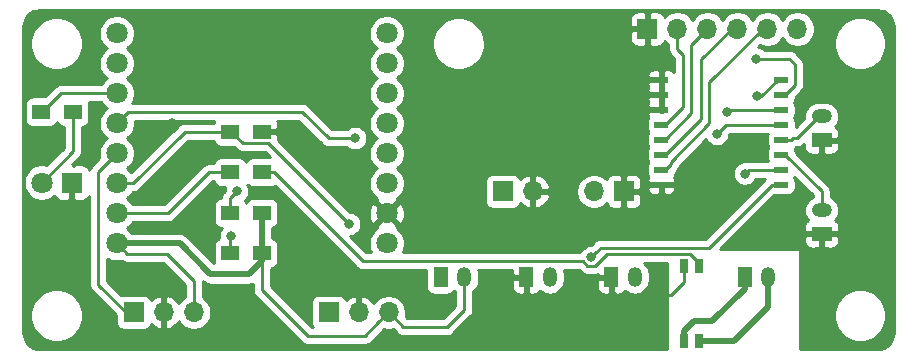
<source format=gbr>
G04 #@! TF.GenerationSoftware,KiCad,Pcbnew,(5.1.5)-3*
G04 #@! TF.CreationDate,2020-11-01T16:25:03+00:00*
G04 #@! TF.ProjectId,ESPControllerCircuit,45535043-6f6e-4747-926f-6c6c65724369,rev?*
G04 #@! TF.SameCoordinates,Original*
G04 #@! TF.FileFunction,Copper,L1,Top*
G04 #@! TF.FilePolarity,Positive*
%FSLAX46Y46*%
G04 Gerber Fmt 4.6, Leading zero omitted, Abs format (unit mm)*
G04 Created by KiCad (PCBNEW (5.1.5)-3) date 2020-11-01 16:25:03*
%MOMM*%
%LPD*%
G04 APERTURE LIST*
%ADD10R,1.143000X0.508000*%
%ADD11R,1.700000X1.700000*%
%ADD12O,1.700000X1.700000*%
%ADD13R,1.700000X1.200000*%
%ADD14O,1.700000X1.200000*%
%ADD15R,1.200000X1.700000*%
%ADD16O,1.200000X1.700000*%
%ADD17R,1.800000X1.800000*%
%ADD18C,1.800000*%
%ADD19R,1.500000X1.300000*%
%ADD20R,0.800000X1.300000*%
%ADD21C,0.800000*%
%ADD22C,0.250000*%
%ADD23C,0.500000*%
%ADD24C,0.254000*%
G04 APERTURE END LIST*
D10*
X127170000Y-108555000D03*
X127170000Y-109825000D03*
X127170000Y-111095000D03*
X127170000Y-112365000D03*
X127170000Y-113635000D03*
X127170000Y-114905000D03*
X127170000Y-116175000D03*
X127170000Y-117445000D03*
X137330000Y-117445000D03*
X137330000Y-116175000D03*
X137330000Y-114905000D03*
X137330000Y-113635000D03*
X137330000Y-112365000D03*
X137330000Y-111095000D03*
X137330000Y-109825000D03*
X137330000Y-108555000D03*
D11*
X82500000Y-128250000D03*
D12*
X85040000Y-128250000D03*
X87580000Y-128250000D03*
D13*
X140750000Y-113650000D03*
D14*
X140750000Y-111650000D03*
D13*
X140750000Y-121600000D03*
D14*
X140750000Y-119600000D03*
D15*
X122950000Y-125250000D03*
D16*
X124950000Y-125250000D03*
D15*
X115750000Y-125250000D03*
D16*
X117750000Y-125250000D03*
D11*
X99000000Y-128250000D03*
D12*
X101540000Y-128250000D03*
X104080000Y-128250000D03*
D17*
X77250000Y-117250000D03*
D18*
X74710000Y-117250000D03*
D11*
X124000000Y-118000000D03*
D12*
X121460000Y-118000000D03*
D11*
X126000000Y-104250000D03*
D12*
X128540000Y-104250000D03*
X131080000Y-104250000D03*
X133620000Y-104250000D03*
X136160000Y-104250000D03*
X138700000Y-104250000D03*
D19*
X93350000Y-123250000D03*
X90650000Y-123250000D03*
X93350000Y-119812500D03*
X90650000Y-119812500D03*
D20*
X130390000Y-124350000D03*
X129110000Y-124350000D03*
X129110000Y-130650000D03*
X130390000Y-130650000D03*
D15*
X134250000Y-125250000D03*
D16*
X136250000Y-125250000D03*
D15*
X108500000Y-125250000D03*
D16*
X110500000Y-125250000D03*
D19*
X93350000Y-116375000D03*
X90650000Y-116375000D03*
X93350000Y-112937500D03*
X90650000Y-112937500D03*
D11*
X113750000Y-118000000D03*
D12*
X116290000Y-118000000D03*
D19*
X77350000Y-111250000D03*
X74650000Y-111250000D03*
D18*
X103930000Y-104610000D03*
X81070000Y-104610000D03*
X103930000Y-107150000D03*
X81070000Y-107150000D03*
X103930000Y-109690000D03*
X81070000Y-109690000D03*
X103930000Y-112230000D03*
X81070000Y-112230000D03*
X103930000Y-114770000D03*
X81070000Y-114770000D03*
X103930000Y-117310000D03*
X81070000Y-117310000D03*
X103930000Y-119850000D03*
X81070000Y-119850000D03*
X103930000Y-122390000D03*
X81070000Y-122390000D03*
D21*
X88000000Y-121000000D03*
X78500000Y-113500000D03*
X110000000Y-112500000D03*
X124000000Y-108500000D03*
X86250000Y-116500000D03*
X85750000Y-112250000D03*
X135243805Y-109935200D03*
X100750000Y-120750000D03*
X91250000Y-117999994D03*
X135210009Y-106765029D03*
X90749984Y-121750000D03*
X132750004Y-111250004D03*
X101250000Y-113500000D03*
X131875000Y-113125000D03*
X121249998Y-123565021D03*
X134250000Y-116500000D03*
D22*
X129110000Y-125640000D02*
X129110000Y-124350000D01*
X128000000Y-126750000D02*
X129110000Y-125640000D01*
X123350000Y-126750000D02*
X128000000Y-126750000D01*
X122950000Y-125250000D02*
X122950000Y-126350000D01*
X122950000Y-126350000D02*
X123350000Y-126750000D01*
X127170000Y-111095000D02*
X127170000Y-109825000D01*
X127170000Y-108555000D02*
X127170000Y-109825000D01*
D23*
X93350000Y-122350000D02*
X93350000Y-119812500D01*
X93350000Y-123250000D02*
X93350000Y-122350000D01*
X93350000Y-123900000D02*
X93350000Y-123250000D01*
X92250000Y-125000000D02*
X93350000Y-123900000D01*
X89000000Y-125000000D02*
X92250000Y-125000000D01*
X81070000Y-122390000D02*
X86390000Y-122390000D01*
X86390000Y-122390000D02*
X89000000Y-125000000D01*
D22*
X87580000Y-125580000D02*
X87580000Y-128250000D01*
X85289999Y-123289999D02*
X87580000Y-125580000D01*
X81070000Y-122390000D02*
X81969999Y-123289999D01*
X81969999Y-123289999D02*
X85289999Y-123289999D01*
X103230001Y-129099999D02*
X104080000Y-128250000D01*
X102080000Y-130250000D02*
X103230001Y-129099999D01*
X97250000Y-130250000D02*
X102080000Y-130250000D01*
X93350000Y-123250000D02*
X93350000Y-126350000D01*
X93350000Y-126350000D02*
X97250000Y-130250000D01*
X104080000Y-128250000D02*
X105330000Y-129500000D01*
X105330000Y-129500000D02*
X109000000Y-129500000D01*
X110500000Y-128000000D02*
X110500000Y-125250000D01*
X109000000Y-129500000D02*
X110500000Y-128000000D01*
X137012500Y-108555000D02*
X135632300Y-109935200D01*
X137330000Y-108555000D02*
X137012500Y-108555000D01*
X135632300Y-109935200D02*
X135243805Y-109935200D01*
X79797208Y-109690000D02*
X81070000Y-109690000D01*
X76310000Y-109690000D02*
X79797208Y-109690000D01*
X74750000Y-111250000D02*
X76310000Y-109690000D01*
X74650000Y-111250000D02*
X74750000Y-111250000D01*
X77350000Y-114610000D02*
X77350000Y-111250000D01*
X74710000Y-117250000D02*
X77350000Y-114610000D01*
X101888022Y-123913022D02*
X94350000Y-116375000D01*
X130390000Y-124100000D02*
X129563022Y-123273022D01*
X129563022Y-123273022D02*
X122614999Y-123273022D01*
X94350000Y-116375000D02*
X93350000Y-116375000D01*
X122614999Y-123273022D02*
X121597999Y-124290022D01*
X120901997Y-124290022D02*
X120524997Y-123913022D01*
X121597999Y-124290022D02*
X120901997Y-124290022D01*
X130390000Y-124350000D02*
X130390000Y-124100000D01*
X120524997Y-123913022D02*
X101888022Y-123913022D01*
X88875000Y-116375000D02*
X90650000Y-116375000D01*
X81070000Y-119850000D02*
X85400000Y-119850000D01*
X85400000Y-119850000D02*
X88875000Y-116375000D01*
D23*
X129110000Y-129848916D02*
X129110000Y-130650000D01*
X129958916Y-129000000D02*
X129110000Y-129848916D01*
X131500000Y-129000000D02*
X129958916Y-129000000D01*
X134250000Y-125250000D02*
X134250000Y-126250000D01*
X134250000Y-126250000D02*
X131500000Y-129000000D01*
X136250000Y-127750000D02*
X136250000Y-125250000D01*
X130390000Y-130650000D02*
X133350000Y-130650000D01*
X133350000Y-130650000D02*
X136250000Y-127750000D01*
D22*
X82440000Y-117310000D02*
X81070000Y-117310000D01*
X86812500Y-112937500D02*
X82440000Y-117310000D01*
X90650000Y-112937500D02*
X86812500Y-112937500D01*
X93912501Y-113912501D02*
X100750000Y-120750000D01*
X91725001Y-113912501D02*
X93912501Y-113912501D01*
X90650000Y-112937500D02*
X90750000Y-112937500D01*
X90750000Y-112937500D02*
X91725001Y-113912501D01*
X90850001Y-118399993D02*
X91250000Y-117999994D01*
X90650000Y-118599994D02*
X90850001Y-118399993D01*
X90650000Y-119812500D02*
X90650000Y-118599994D01*
X137330000Y-109825000D02*
X137647500Y-109825000D01*
X137647500Y-109825000D02*
X138500000Y-108972500D01*
X138500000Y-108972500D02*
X138500000Y-107250000D01*
X138500000Y-107250000D02*
X138015029Y-106765029D01*
X138015029Y-106765029D02*
X135775694Y-106765029D01*
X135775694Y-106765029D02*
X135210009Y-106765029D01*
X90650000Y-123250000D02*
X90650000Y-121849984D01*
X90650000Y-121849984D02*
X90749984Y-121750000D01*
X137330000Y-111095000D02*
X132905008Y-111095000D01*
X132905008Y-111095000D02*
X132750004Y-111250004D01*
X82050000Y-111250000D02*
X81070000Y-112230000D01*
X96750000Y-111250000D02*
X82050000Y-111250000D01*
X101250000Y-113500000D02*
X99000000Y-113500000D01*
X99000000Y-113500000D02*
X96750000Y-111250000D01*
X137330000Y-112365000D02*
X132635000Y-112365000D01*
X132635000Y-112365000D02*
X132274999Y-112725001D01*
X132274999Y-112725001D02*
X131875000Y-113125000D01*
X127487500Y-112365000D02*
X127170000Y-112365000D01*
X129000000Y-110852500D02*
X127487500Y-112365000D01*
X129000000Y-106412081D02*
X129000000Y-110852500D01*
X128540000Y-104250000D02*
X128540000Y-105952081D01*
X128540000Y-105952081D02*
X129000000Y-106412081D01*
X127487500Y-113635000D02*
X127170000Y-113635000D01*
X129730001Y-111392499D02*
X127487500Y-113635000D01*
X131080000Y-104250000D02*
X129730001Y-105599999D01*
X129730001Y-105599999D02*
X129730001Y-111392499D01*
X127487500Y-114905000D02*
X127170000Y-114905000D01*
X130549991Y-111842509D02*
X127487500Y-114905000D01*
X130549991Y-106820009D02*
X130549991Y-111842509D01*
X133620000Y-104250000D02*
X133120000Y-104250000D01*
X133120000Y-104250000D02*
X130549991Y-106820009D01*
X127487500Y-116175000D02*
X127170000Y-116175000D01*
X135750000Y-104250000D02*
X131250000Y-108750000D01*
X136160000Y-104250000D02*
X135750000Y-104250000D01*
X131250000Y-108750000D02*
X131250000Y-112235502D01*
X131250000Y-112235502D02*
X127991500Y-115494002D01*
X127991500Y-115494002D02*
X127991500Y-115671000D01*
X127991500Y-115671000D02*
X127487500Y-116175000D01*
X121649997Y-123165022D02*
X121249998Y-123565021D01*
X122039997Y-122775022D02*
X121649997Y-123165022D01*
X131178478Y-122775022D02*
X122039997Y-122775022D01*
X136508500Y-117445000D02*
X131178478Y-122775022D01*
X137330000Y-117445000D02*
X136508500Y-117445000D01*
X124950000Y-125000000D02*
X124950000Y-125250000D01*
X137330000Y-116175000D02*
X134575000Y-116175000D01*
X134575000Y-116175000D02*
X134250000Y-116500000D01*
X140750000Y-118750000D02*
X140750000Y-119600000D01*
X140750000Y-118007500D02*
X140750000Y-118750000D01*
X137647500Y-114905000D02*
X140750000Y-118007500D01*
X137330000Y-114905000D02*
X137647500Y-114905000D01*
X138151500Y-113635000D02*
X138286500Y-113500000D01*
X137330000Y-113635000D02*
X138151500Y-113635000D01*
X140500000Y-111650000D02*
X140750000Y-111650000D01*
X138650000Y-113500000D02*
X140500000Y-111650000D01*
X138286500Y-113500000D02*
X138650000Y-113500000D01*
X81850000Y-128250000D02*
X82500000Y-128250000D01*
X79500000Y-125900000D02*
X81850000Y-128250000D01*
X81070000Y-114770000D02*
X79500000Y-116340000D01*
X79500000Y-116340000D02*
X79500000Y-125900000D01*
D24*
G36*
X145759659Y-102688625D02*
G01*
X146009429Y-102764035D01*
X146239792Y-102886522D01*
X146441980Y-103051422D01*
X146608286Y-103252450D01*
X146732378Y-103481954D01*
X146809531Y-103731195D01*
X146840000Y-104021089D01*
X146840001Y-129967711D01*
X146811375Y-130259660D01*
X146735965Y-130509429D01*
X146613477Y-130739794D01*
X146448579Y-130941979D01*
X146247546Y-131108288D01*
X146018046Y-131232378D01*
X145768805Y-131309531D01*
X145478911Y-131340000D01*
X138877000Y-131340000D01*
X138877000Y-128279872D01*
X141765000Y-128279872D01*
X141765000Y-128720128D01*
X141850890Y-129151925D01*
X142019369Y-129558669D01*
X142263962Y-129924729D01*
X142575271Y-130236038D01*
X142941331Y-130480631D01*
X143348075Y-130649110D01*
X143779872Y-130735000D01*
X144220128Y-130735000D01*
X144651925Y-130649110D01*
X145058669Y-130480631D01*
X145424729Y-130236038D01*
X145736038Y-129924729D01*
X145980631Y-129558669D01*
X146149110Y-129151925D01*
X146235000Y-128720128D01*
X146235000Y-128279872D01*
X146149110Y-127848075D01*
X145980631Y-127441331D01*
X145736038Y-127075271D01*
X145424729Y-126763962D01*
X145058669Y-126519369D01*
X144651925Y-126350890D01*
X144220128Y-126265000D01*
X143779872Y-126265000D01*
X143348075Y-126350890D01*
X142941331Y-126519369D01*
X142575271Y-126763962D01*
X142263962Y-127075271D01*
X142019369Y-127441331D01*
X141850890Y-127848075D01*
X141765000Y-128279872D01*
X138877000Y-128279872D01*
X138877000Y-123000000D01*
X138874560Y-122975224D01*
X138867333Y-122951399D01*
X138855597Y-122929443D01*
X138839803Y-122910197D01*
X138820557Y-122894403D01*
X138798601Y-122882667D01*
X138774776Y-122875440D01*
X138750000Y-122873000D01*
X132155301Y-122873000D01*
X132828301Y-122200000D01*
X139261928Y-122200000D01*
X139274188Y-122324482D01*
X139310498Y-122444180D01*
X139369463Y-122554494D01*
X139448815Y-122651185D01*
X139545506Y-122730537D01*
X139655820Y-122789502D01*
X139775518Y-122825812D01*
X139900000Y-122838072D01*
X140464250Y-122835000D01*
X140623000Y-122676250D01*
X140623000Y-121727000D01*
X140877000Y-121727000D01*
X140877000Y-122676250D01*
X141035750Y-122835000D01*
X141600000Y-122838072D01*
X141724482Y-122825812D01*
X141844180Y-122789502D01*
X141954494Y-122730537D01*
X142051185Y-122651185D01*
X142130537Y-122554494D01*
X142189502Y-122444180D01*
X142225812Y-122324482D01*
X142238072Y-122200000D01*
X142235000Y-121885750D01*
X142076250Y-121727000D01*
X140877000Y-121727000D01*
X140623000Y-121727000D01*
X139423750Y-121727000D01*
X139265000Y-121885750D01*
X139261928Y-122200000D01*
X132828301Y-122200000D01*
X136697262Y-118331041D01*
X136758500Y-118337072D01*
X137901500Y-118337072D01*
X138025982Y-118324812D01*
X138145680Y-118288502D01*
X138255994Y-118229537D01*
X138352685Y-118150185D01*
X138432037Y-118053494D01*
X138491002Y-117943180D01*
X138527312Y-117823482D01*
X138539572Y-117699000D01*
X138539572Y-117191000D01*
X138527312Y-117066518D01*
X138491002Y-116946820D01*
X138432037Y-116836506D01*
X138410284Y-116810000D01*
X138432037Y-116783494D01*
X138438709Y-116771011D01*
X139990000Y-118322302D01*
X139990000Y-118472250D01*
X139810551Y-118568167D01*
X139622498Y-118722498D01*
X139468167Y-118910551D01*
X139353489Y-119125099D01*
X139282870Y-119357898D01*
X139259025Y-119600000D01*
X139282870Y-119842102D01*
X139353489Y-120074901D01*
X139468167Y-120289449D01*
X139594436Y-120443309D01*
X139545506Y-120469463D01*
X139448815Y-120548815D01*
X139369463Y-120645506D01*
X139310498Y-120755820D01*
X139274188Y-120875518D01*
X139261928Y-121000000D01*
X139265000Y-121314250D01*
X139423750Y-121473000D01*
X140623000Y-121473000D01*
X140623000Y-121453000D01*
X140877000Y-121453000D01*
X140877000Y-121473000D01*
X142076250Y-121473000D01*
X142235000Y-121314250D01*
X142238072Y-121000000D01*
X142225812Y-120875518D01*
X142189502Y-120755820D01*
X142130537Y-120645506D01*
X142051185Y-120548815D01*
X141954494Y-120469463D01*
X141905564Y-120443309D01*
X142031833Y-120289449D01*
X142146511Y-120074901D01*
X142217130Y-119842102D01*
X142240975Y-119600000D01*
X142217130Y-119357898D01*
X142146511Y-119125099D01*
X142031833Y-118910551D01*
X141877502Y-118722498D01*
X141689449Y-118568167D01*
X141510000Y-118472250D01*
X141510000Y-118044833D01*
X141513677Y-118007500D01*
X141499003Y-117858514D01*
X141455546Y-117715253D01*
X141384974Y-117583224D01*
X141313799Y-117496497D01*
X141290001Y-117467499D01*
X141261004Y-117443702D01*
X138539572Y-114722271D01*
X138539572Y-114651000D01*
X138527312Y-114526518D01*
X138491002Y-114406820D01*
X138452948Y-114335628D01*
X138575776Y-114269974D01*
X138587929Y-114260000D01*
X138612678Y-114260000D01*
X138650000Y-114263676D01*
X138687322Y-114260000D01*
X138687333Y-114260000D01*
X138798986Y-114249003D01*
X138942247Y-114205546D01*
X139074276Y-114134974D01*
X139190001Y-114040001D01*
X139213804Y-114010997D01*
X139264763Y-113960038D01*
X139261928Y-114250000D01*
X139274188Y-114374482D01*
X139310498Y-114494180D01*
X139369463Y-114604494D01*
X139448815Y-114701185D01*
X139545506Y-114780537D01*
X139655820Y-114839502D01*
X139775518Y-114875812D01*
X139900000Y-114888072D01*
X140464250Y-114885000D01*
X140623000Y-114726250D01*
X140623000Y-113777000D01*
X140877000Y-113777000D01*
X140877000Y-114726250D01*
X141035750Y-114885000D01*
X141600000Y-114888072D01*
X141724482Y-114875812D01*
X141844180Y-114839502D01*
X141954494Y-114780537D01*
X142051185Y-114701185D01*
X142130537Y-114604494D01*
X142189502Y-114494180D01*
X142225812Y-114374482D01*
X142238072Y-114250000D01*
X142235000Y-113935750D01*
X142076250Y-113777000D01*
X140877000Y-113777000D01*
X140623000Y-113777000D01*
X140603000Y-113777000D01*
X140603000Y-113523000D01*
X140623000Y-113523000D01*
X140623000Y-113503000D01*
X140877000Y-113503000D01*
X140877000Y-113523000D01*
X142076250Y-113523000D01*
X142235000Y-113364250D01*
X142238072Y-113050000D01*
X142225812Y-112925518D01*
X142189502Y-112805820D01*
X142130537Y-112695506D01*
X142051185Y-112598815D01*
X141954494Y-112519463D01*
X141905564Y-112493309D01*
X142031833Y-112339449D01*
X142146511Y-112124901D01*
X142217130Y-111892102D01*
X142240975Y-111650000D01*
X142217130Y-111407898D01*
X142146511Y-111175099D01*
X142031833Y-110960551D01*
X141877502Y-110772498D01*
X141689449Y-110618167D01*
X141474901Y-110503489D01*
X141242102Y-110432870D01*
X141060665Y-110415000D01*
X140439335Y-110415000D01*
X140257898Y-110432870D01*
X140025099Y-110503489D01*
X139810551Y-110618167D01*
X139622498Y-110772498D01*
X139468167Y-110960551D01*
X139353489Y-111175099D01*
X139282870Y-111407898D01*
X139259025Y-111650000D01*
X139273924Y-111801274D01*
X138539572Y-112535627D01*
X138539572Y-112111000D01*
X138527312Y-111986518D01*
X138491002Y-111866820D01*
X138432037Y-111756506D01*
X138410284Y-111730000D01*
X138432037Y-111703494D01*
X138491002Y-111593180D01*
X138527312Y-111473482D01*
X138539572Y-111349000D01*
X138539572Y-110841000D01*
X138527312Y-110716518D01*
X138491002Y-110596820D01*
X138432037Y-110486506D01*
X138410284Y-110460000D01*
X138432037Y-110433494D01*
X138491002Y-110323180D01*
X138527312Y-110203482D01*
X138539572Y-110079000D01*
X138539572Y-110007729D01*
X139011004Y-109536298D01*
X139040001Y-109512501D01*
X139095444Y-109444944D01*
X139134974Y-109396777D01*
X139205546Y-109264747D01*
X139220179Y-109216506D01*
X139249003Y-109121486D01*
X139260000Y-109009833D01*
X139260000Y-109009824D01*
X139263676Y-108972501D01*
X139260000Y-108935178D01*
X139260000Y-107287333D01*
X139263677Y-107250000D01*
X139249003Y-107101014D01*
X139205546Y-106957753D01*
X139134974Y-106825724D01*
X139099645Y-106782676D01*
X139040001Y-106709999D01*
X139010997Y-106686196D01*
X138578833Y-106254032D01*
X138555030Y-106225028D01*
X138439305Y-106130055D01*
X138307276Y-106059483D01*
X138164015Y-106016026D01*
X138052362Y-106005029D01*
X138052351Y-106005029D01*
X138015029Y-106001353D01*
X137977707Y-106005029D01*
X135913720Y-106005029D01*
X135869783Y-105961092D01*
X135700265Y-105847824D01*
X135511907Y-105769803D01*
X135339327Y-105735475D01*
X135493516Y-105581286D01*
X135726842Y-105677932D01*
X136013740Y-105735000D01*
X136306260Y-105735000D01*
X136593158Y-105677932D01*
X136863411Y-105565990D01*
X137106632Y-105403475D01*
X137313475Y-105196632D01*
X137430000Y-105022240D01*
X137546525Y-105196632D01*
X137753368Y-105403475D01*
X137996589Y-105565990D01*
X138266842Y-105677932D01*
X138553740Y-105735000D01*
X138846260Y-105735000D01*
X139133158Y-105677932D01*
X139403411Y-105565990D01*
X139646632Y-105403475D01*
X139770235Y-105279872D01*
X141765000Y-105279872D01*
X141765000Y-105720128D01*
X141850890Y-106151925D01*
X142019369Y-106558669D01*
X142263962Y-106924729D01*
X142575271Y-107236038D01*
X142941331Y-107480631D01*
X143348075Y-107649110D01*
X143779872Y-107735000D01*
X144220128Y-107735000D01*
X144651925Y-107649110D01*
X145058669Y-107480631D01*
X145424729Y-107236038D01*
X145736038Y-106924729D01*
X145980631Y-106558669D01*
X146149110Y-106151925D01*
X146235000Y-105720128D01*
X146235000Y-105279872D01*
X146149110Y-104848075D01*
X145980631Y-104441331D01*
X145736038Y-104075271D01*
X145424729Y-103763962D01*
X145058669Y-103519369D01*
X144651925Y-103350890D01*
X144220128Y-103265000D01*
X143779872Y-103265000D01*
X143348075Y-103350890D01*
X142941331Y-103519369D01*
X142575271Y-103763962D01*
X142263962Y-104075271D01*
X142019369Y-104441331D01*
X141850890Y-104848075D01*
X141765000Y-105279872D01*
X139770235Y-105279872D01*
X139853475Y-105196632D01*
X140015990Y-104953411D01*
X140127932Y-104683158D01*
X140185000Y-104396260D01*
X140185000Y-104103740D01*
X140127932Y-103816842D01*
X140015990Y-103546589D01*
X139853475Y-103303368D01*
X139646632Y-103096525D01*
X139403411Y-102934010D01*
X139133158Y-102822068D01*
X138846260Y-102765000D01*
X138553740Y-102765000D01*
X138266842Y-102822068D01*
X137996589Y-102934010D01*
X137753368Y-103096525D01*
X137546525Y-103303368D01*
X137430000Y-103477760D01*
X137313475Y-103303368D01*
X137106632Y-103096525D01*
X136863411Y-102934010D01*
X136593158Y-102822068D01*
X136306260Y-102765000D01*
X136013740Y-102765000D01*
X135726842Y-102822068D01*
X135456589Y-102934010D01*
X135213368Y-103096525D01*
X135006525Y-103303368D01*
X134890000Y-103477760D01*
X134773475Y-103303368D01*
X134566632Y-103096525D01*
X134323411Y-102934010D01*
X134053158Y-102822068D01*
X133766260Y-102765000D01*
X133473740Y-102765000D01*
X133186842Y-102822068D01*
X132916589Y-102934010D01*
X132673368Y-103096525D01*
X132466525Y-103303368D01*
X132350000Y-103477760D01*
X132233475Y-103303368D01*
X132026632Y-103096525D01*
X131783411Y-102934010D01*
X131513158Y-102822068D01*
X131226260Y-102765000D01*
X130933740Y-102765000D01*
X130646842Y-102822068D01*
X130376589Y-102934010D01*
X130133368Y-103096525D01*
X129926525Y-103303368D01*
X129810000Y-103477760D01*
X129693475Y-103303368D01*
X129486632Y-103096525D01*
X129243411Y-102934010D01*
X128973158Y-102822068D01*
X128686260Y-102765000D01*
X128393740Y-102765000D01*
X128106842Y-102822068D01*
X127836589Y-102934010D01*
X127593368Y-103096525D01*
X127461513Y-103228380D01*
X127439502Y-103155820D01*
X127380537Y-103045506D01*
X127301185Y-102948815D01*
X127204494Y-102869463D01*
X127094180Y-102810498D01*
X126974482Y-102774188D01*
X126850000Y-102761928D01*
X126285750Y-102765000D01*
X126127000Y-102923750D01*
X126127000Y-104123000D01*
X126147000Y-104123000D01*
X126147000Y-104377000D01*
X126127000Y-104377000D01*
X126127000Y-105576250D01*
X126285750Y-105735000D01*
X126850000Y-105738072D01*
X126974482Y-105725812D01*
X127094180Y-105689502D01*
X127204494Y-105630537D01*
X127301185Y-105551185D01*
X127380537Y-105454494D01*
X127439502Y-105344180D01*
X127461513Y-105271620D01*
X127593368Y-105403475D01*
X127780001Y-105528179D01*
X127780001Y-105914749D01*
X127776324Y-105952081D01*
X127780001Y-105989414D01*
X127790998Y-106101067D01*
X127795062Y-106114463D01*
X127834454Y-106244327D01*
X127905026Y-106376357D01*
X127976201Y-106463083D01*
X128000000Y-106492082D01*
X128028998Y-106515880D01*
X128240000Y-106726882D01*
X128240000Y-107906980D01*
X128184558Y-107841831D01*
X128086465Y-107764218D01*
X127975116Y-107707233D01*
X127854788Y-107673066D01*
X127730108Y-107663030D01*
X127455750Y-107666000D01*
X127297000Y-107824750D01*
X127297000Y-108428000D01*
X127317000Y-108428000D01*
X127317000Y-108682000D01*
X127297000Y-108682000D01*
X127297000Y-109698000D01*
X127317000Y-109698000D01*
X127317000Y-109952000D01*
X127297000Y-109952000D01*
X127297000Y-110968000D01*
X127317000Y-110968000D01*
X127317000Y-111222000D01*
X127297000Y-111222000D01*
X127297000Y-111242000D01*
X127043000Y-111242000D01*
X127043000Y-111222000D01*
X126122250Y-111222000D01*
X125963500Y-111380750D01*
X125975011Y-111484635D01*
X126013452Y-111603666D01*
X126074376Y-111712910D01*
X126089325Y-111730476D01*
X126067963Y-111756506D01*
X126008998Y-111866820D01*
X125972688Y-111986518D01*
X125960428Y-112111000D01*
X125960428Y-112619000D01*
X125972688Y-112743482D01*
X126008998Y-112863180D01*
X126067963Y-112973494D01*
X126089716Y-113000000D01*
X126067963Y-113026506D01*
X126008998Y-113136820D01*
X125972688Y-113256518D01*
X125960428Y-113381000D01*
X125960428Y-113889000D01*
X125972688Y-114013482D01*
X126008998Y-114133180D01*
X126067963Y-114243494D01*
X126089716Y-114270000D01*
X126067963Y-114296506D01*
X126008998Y-114406820D01*
X125972688Y-114526518D01*
X125960428Y-114651000D01*
X125960428Y-115159000D01*
X125972688Y-115283482D01*
X126008998Y-115403180D01*
X126067963Y-115513494D01*
X126089716Y-115540000D01*
X126067963Y-115566506D01*
X126008998Y-115676820D01*
X125972688Y-115796518D01*
X125960428Y-115921000D01*
X125960428Y-116429000D01*
X125972688Y-116553482D01*
X126008998Y-116673180D01*
X126067963Y-116783494D01*
X126089325Y-116809524D01*
X126074376Y-116827090D01*
X126013452Y-116936334D01*
X125975011Y-117055365D01*
X125963500Y-117159250D01*
X126122250Y-117318000D01*
X127043000Y-117318000D01*
X127043000Y-117298000D01*
X127297000Y-117298000D01*
X127297000Y-117318000D01*
X128217750Y-117318000D01*
X128376500Y-117159250D01*
X128364989Y-117055365D01*
X128326548Y-116936334D01*
X128265624Y-116827090D01*
X128250675Y-116809524D01*
X128272037Y-116783494D01*
X128331002Y-116673180D01*
X128367312Y-116553482D01*
X128379572Y-116429000D01*
X128379572Y-116357729D01*
X128502497Y-116234804D01*
X128531501Y-116211001D01*
X128626474Y-116095276D01*
X128651876Y-116047753D01*
X128697046Y-115963247D01*
X128740503Y-115819986D01*
X128740523Y-115819780D01*
X130954061Y-113606242D01*
X130957795Y-113615256D01*
X131071063Y-113784774D01*
X131215226Y-113928937D01*
X131384744Y-114042205D01*
X131573102Y-114120226D01*
X131773061Y-114160000D01*
X131976939Y-114160000D01*
X132176898Y-114120226D01*
X132365256Y-114042205D01*
X132534774Y-113928937D01*
X132678937Y-113784774D01*
X132792205Y-113615256D01*
X132870226Y-113426898D01*
X132910000Y-113226939D01*
X132910000Y-113164801D01*
X132949801Y-113125000D01*
X136175316Y-113125000D01*
X136168998Y-113136820D01*
X136132688Y-113256518D01*
X136120428Y-113381000D01*
X136120428Y-113889000D01*
X136132688Y-114013482D01*
X136168998Y-114133180D01*
X136227963Y-114243494D01*
X136249716Y-114270000D01*
X136227963Y-114296506D01*
X136168998Y-114406820D01*
X136132688Y-114526518D01*
X136120428Y-114651000D01*
X136120428Y-115159000D01*
X136132688Y-115283482D01*
X136168998Y-115403180D01*
X136175316Y-115415000D01*
X134612322Y-115415000D01*
X134574999Y-115411324D01*
X134537676Y-115415000D01*
X134537667Y-115415000D01*
X134426014Y-115425997D01*
X134297436Y-115465000D01*
X134148061Y-115465000D01*
X133948102Y-115504774D01*
X133759744Y-115582795D01*
X133590226Y-115696063D01*
X133446063Y-115840226D01*
X133332795Y-116009744D01*
X133254774Y-116198102D01*
X133215000Y-116398061D01*
X133215000Y-116601939D01*
X133254774Y-116801898D01*
X133332795Y-116990256D01*
X133446063Y-117159774D01*
X133590226Y-117303937D01*
X133759744Y-117417205D01*
X133948102Y-117495226D01*
X134148061Y-117535000D01*
X134351939Y-117535000D01*
X134551898Y-117495226D01*
X134740256Y-117417205D01*
X134909774Y-117303937D01*
X135053937Y-117159774D01*
X135167205Y-116990256D01*
X135190093Y-116935000D01*
X135943697Y-116935000D01*
X130863677Y-122015022D01*
X122077319Y-122015022D01*
X122039996Y-122011346D01*
X122002673Y-122015022D01*
X122002664Y-122015022D01*
X121891011Y-122026019D01*
X121747750Y-122069476D01*
X121615721Y-122140048D01*
X121499996Y-122235021D01*
X121476193Y-122264025D01*
X121210197Y-122530021D01*
X121148059Y-122530021D01*
X120948100Y-122569795D01*
X120759742Y-122647816D01*
X120590224Y-122761084D01*
X120446061Y-122905247D01*
X120332793Y-123074765D01*
X120300378Y-123153022D01*
X105266293Y-123153022D01*
X105290299Y-123117095D01*
X105406011Y-122837743D01*
X105465000Y-122541184D01*
X105465000Y-122238816D01*
X105406011Y-121942257D01*
X105290299Y-121662905D01*
X105122312Y-121411495D01*
X104908505Y-121197688D01*
X104754895Y-121095049D01*
X104814475Y-120914080D01*
X103930000Y-120029605D01*
X103045525Y-120914080D01*
X103105105Y-121095049D01*
X102951495Y-121197688D01*
X102737688Y-121411495D01*
X102569701Y-121662905D01*
X102453989Y-121942257D01*
X102395000Y-122238816D01*
X102395000Y-122541184D01*
X102453989Y-122837743D01*
X102569701Y-123117095D01*
X102593707Y-123153022D01*
X102202824Y-123153022D01*
X100834802Y-121785000D01*
X100851939Y-121785000D01*
X101051898Y-121745226D01*
X101240256Y-121667205D01*
X101409774Y-121553937D01*
X101553937Y-121409774D01*
X101667205Y-121240256D01*
X101745226Y-121051898D01*
X101785000Y-120851939D01*
X101785000Y-120648061D01*
X101745226Y-120448102D01*
X101667205Y-120259744D01*
X101553937Y-120090226D01*
X101409774Y-119946063D01*
X101365610Y-119916553D01*
X102389009Y-119916553D01*
X102431603Y-120215907D01*
X102531778Y-120501199D01*
X102611739Y-120650792D01*
X102865920Y-120734475D01*
X103750395Y-119850000D01*
X104109605Y-119850000D01*
X104994080Y-120734475D01*
X105248261Y-120650792D01*
X105379158Y-120378225D01*
X105454365Y-120085358D01*
X105470991Y-119783447D01*
X105428397Y-119484093D01*
X105328222Y-119198801D01*
X105248261Y-119049208D01*
X104994080Y-118965525D01*
X104109605Y-119850000D01*
X103750395Y-119850000D01*
X102865920Y-118965525D01*
X102611739Y-119049208D01*
X102480842Y-119321775D01*
X102405635Y-119614642D01*
X102389009Y-119916553D01*
X101365610Y-119916553D01*
X101240256Y-119832795D01*
X101051898Y-119754774D01*
X100851939Y-119715000D01*
X100789802Y-119715000D01*
X94731279Y-113656477D01*
X94738072Y-113587500D01*
X94735000Y-113223250D01*
X94576250Y-113064500D01*
X93477000Y-113064500D01*
X93477000Y-113084500D01*
X93223000Y-113084500D01*
X93223000Y-113064500D01*
X93203000Y-113064500D01*
X93203000Y-112810500D01*
X93223000Y-112810500D01*
X93223000Y-112790500D01*
X93477000Y-112790500D01*
X93477000Y-112810500D01*
X94576250Y-112810500D01*
X94735000Y-112651750D01*
X94738072Y-112287500D01*
X94725812Y-112163018D01*
X94689502Y-112043320D01*
X94671692Y-112010000D01*
X96435199Y-112010000D01*
X98436200Y-114011002D01*
X98459999Y-114040001D01*
X98558042Y-114120463D01*
X98575724Y-114134974D01*
X98707753Y-114205546D01*
X98851014Y-114249003D01*
X99000000Y-114263677D01*
X99037333Y-114260000D01*
X100546289Y-114260000D01*
X100590226Y-114303937D01*
X100759744Y-114417205D01*
X100948102Y-114495226D01*
X101148061Y-114535000D01*
X101351939Y-114535000D01*
X101551898Y-114495226D01*
X101740256Y-114417205D01*
X101909774Y-114303937D01*
X102053937Y-114159774D01*
X102167205Y-113990256D01*
X102245226Y-113801898D01*
X102285000Y-113601939D01*
X102285000Y-113398061D01*
X102245226Y-113198102D01*
X102167205Y-113009744D01*
X102053937Y-112840226D01*
X101909774Y-112696063D01*
X101740256Y-112582795D01*
X101551898Y-112504774D01*
X101351939Y-112465000D01*
X101148061Y-112465000D01*
X100948102Y-112504774D01*
X100759744Y-112582795D01*
X100590226Y-112696063D01*
X100546289Y-112740000D01*
X99314802Y-112740000D01*
X97313803Y-110739002D01*
X97290001Y-110709999D01*
X97174276Y-110615026D01*
X97042247Y-110544454D01*
X96898986Y-110500997D01*
X96787333Y-110490000D01*
X96787322Y-110490000D01*
X96750000Y-110486324D01*
X96712678Y-110490000D01*
X82381585Y-110490000D01*
X82430299Y-110417095D01*
X82546011Y-110137743D01*
X82605000Y-109841184D01*
X82605000Y-109538816D01*
X82546011Y-109242257D01*
X82430299Y-108962905D01*
X82262312Y-108711495D01*
X82048505Y-108497688D01*
X81932237Y-108420000D01*
X82048505Y-108342312D01*
X82262312Y-108128505D01*
X82430299Y-107877095D01*
X82546011Y-107597743D01*
X82605000Y-107301184D01*
X82605000Y-106998816D01*
X82546011Y-106702257D01*
X82430299Y-106422905D01*
X82262312Y-106171495D01*
X82048505Y-105957688D01*
X81932237Y-105880000D01*
X82048505Y-105802312D01*
X82262312Y-105588505D01*
X82430299Y-105337095D01*
X82546011Y-105057743D01*
X82605000Y-104761184D01*
X82605000Y-104458816D01*
X102395000Y-104458816D01*
X102395000Y-104761184D01*
X102453989Y-105057743D01*
X102569701Y-105337095D01*
X102737688Y-105588505D01*
X102951495Y-105802312D01*
X103067763Y-105880000D01*
X102951495Y-105957688D01*
X102737688Y-106171495D01*
X102569701Y-106422905D01*
X102453989Y-106702257D01*
X102395000Y-106998816D01*
X102395000Y-107301184D01*
X102453989Y-107597743D01*
X102569701Y-107877095D01*
X102737688Y-108128505D01*
X102951495Y-108342312D01*
X103067763Y-108420000D01*
X102951495Y-108497688D01*
X102737688Y-108711495D01*
X102569701Y-108962905D01*
X102453989Y-109242257D01*
X102395000Y-109538816D01*
X102395000Y-109841184D01*
X102453989Y-110137743D01*
X102569701Y-110417095D01*
X102737688Y-110668505D01*
X102951495Y-110882312D01*
X103067763Y-110960000D01*
X102951495Y-111037688D01*
X102737688Y-111251495D01*
X102569701Y-111502905D01*
X102453989Y-111782257D01*
X102395000Y-112078816D01*
X102395000Y-112381184D01*
X102453989Y-112677743D01*
X102569701Y-112957095D01*
X102737688Y-113208505D01*
X102951495Y-113422312D01*
X103067763Y-113500000D01*
X102951495Y-113577688D01*
X102737688Y-113791495D01*
X102569701Y-114042905D01*
X102453989Y-114322257D01*
X102395000Y-114618816D01*
X102395000Y-114921184D01*
X102453989Y-115217743D01*
X102569701Y-115497095D01*
X102737688Y-115748505D01*
X102951495Y-115962312D01*
X103067763Y-116040000D01*
X102951495Y-116117688D01*
X102737688Y-116331495D01*
X102569701Y-116582905D01*
X102453989Y-116862257D01*
X102395000Y-117158816D01*
X102395000Y-117461184D01*
X102453989Y-117757743D01*
X102569701Y-118037095D01*
X102737688Y-118288505D01*
X102951495Y-118502312D01*
X103105105Y-118604951D01*
X103045525Y-118785920D01*
X103930000Y-119670395D01*
X104814475Y-118785920D01*
X104754895Y-118604951D01*
X104908505Y-118502312D01*
X105122312Y-118288505D01*
X105290299Y-118037095D01*
X105406011Y-117757743D01*
X105465000Y-117461184D01*
X105465000Y-117158816D01*
X105463247Y-117150000D01*
X112261928Y-117150000D01*
X112261928Y-118850000D01*
X112274188Y-118974482D01*
X112310498Y-119094180D01*
X112369463Y-119204494D01*
X112448815Y-119301185D01*
X112545506Y-119380537D01*
X112655820Y-119439502D01*
X112775518Y-119475812D01*
X112900000Y-119488072D01*
X114600000Y-119488072D01*
X114724482Y-119475812D01*
X114844180Y-119439502D01*
X114954494Y-119380537D01*
X115051185Y-119301185D01*
X115130537Y-119204494D01*
X115189502Y-119094180D01*
X115213966Y-119013534D01*
X115289731Y-119097588D01*
X115523080Y-119271641D01*
X115785901Y-119396825D01*
X115933110Y-119441476D01*
X116163000Y-119320155D01*
X116163000Y-118127000D01*
X116417000Y-118127000D01*
X116417000Y-119320155D01*
X116646890Y-119441476D01*
X116794099Y-119396825D01*
X117056920Y-119271641D01*
X117290269Y-119097588D01*
X117485178Y-118881355D01*
X117634157Y-118631252D01*
X117731481Y-118356891D01*
X117610814Y-118127000D01*
X116417000Y-118127000D01*
X116163000Y-118127000D01*
X116143000Y-118127000D01*
X116143000Y-117873000D01*
X116163000Y-117873000D01*
X116163000Y-116679845D01*
X116417000Y-116679845D01*
X116417000Y-117873000D01*
X117610814Y-117873000D01*
X117620923Y-117853740D01*
X119975000Y-117853740D01*
X119975000Y-118146260D01*
X120032068Y-118433158D01*
X120144010Y-118703411D01*
X120306525Y-118946632D01*
X120513368Y-119153475D01*
X120756589Y-119315990D01*
X121026842Y-119427932D01*
X121313740Y-119485000D01*
X121606260Y-119485000D01*
X121893158Y-119427932D01*
X122163411Y-119315990D01*
X122406632Y-119153475D01*
X122538487Y-119021620D01*
X122560498Y-119094180D01*
X122619463Y-119204494D01*
X122698815Y-119301185D01*
X122795506Y-119380537D01*
X122905820Y-119439502D01*
X123025518Y-119475812D01*
X123150000Y-119488072D01*
X123714250Y-119485000D01*
X123873000Y-119326250D01*
X123873000Y-118127000D01*
X124127000Y-118127000D01*
X124127000Y-119326250D01*
X124285750Y-119485000D01*
X124850000Y-119488072D01*
X124974482Y-119475812D01*
X125094180Y-119439502D01*
X125204494Y-119380537D01*
X125301185Y-119301185D01*
X125380537Y-119204494D01*
X125439502Y-119094180D01*
X125475812Y-118974482D01*
X125488072Y-118850000D01*
X125485000Y-118285750D01*
X125326250Y-118127000D01*
X124127000Y-118127000D01*
X123873000Y-118127000D01*
X123853000Y-118127000D01*
X123853000Y-117873000D01*
X123873000Y-117873000D01*
X123873000Y-116673750D01*
X124127000Y-116673750D01*
X124127000Y-117873000D01*
X125326250Y-117873000D01*
X125468500Y-117730750D01*
X125963500Y-117730750D01*
X125975011Y-117834635D01*
X126013452Y-117953666D01*
X126074376Y-118062910D01*
X126155442Y-118158169D01*
X126253535Y-118235782D01*
X126364884Y-118292767D01*
X126485212Y-118326934D01*
X126609892Y-118336970D01*
X126884250Y-118334000D01*
X127043000Y-118175250D01*
X127043000Y-117572000D01*
X127297000Y-117572000D01*
X127297000Y-118175250D01*
X127455750Y-118334000D01*
X127730108Y-118336970D01*
X127854788Y-118326934D01*
X127975116Y-118292767D01*
X128086465Y-118235782D01*
X128184558Y-118158169D01*
X128265624Y-118062910D01*
X128326548Y-117953666D01*
X128364989Y-117834635D01*
X128376500Y-117730750D01*
X128217750Y-117572000D01*
X127297000Y-117572000D01*
X127043000Y-117572000D01*
X126122250Y-117572000D01*
X125963500Y-117730750D01*
X125468500Y-117730750D01*
X125485000Y-117714250D01*
X125488072Y-117150000D01*
X125475812Y-117025518D01*
X125439502Y-116905820D01*
X125380537Y-116795506D01*
X125301185Y-116698815D01*
X125204494Y-116619463D01*
X125094180Y-116560498D01*
X124974482Y-116524188D01*
X124850000Y-116511928D01*
X124285750Y-116515000D01*
X124127000Y-116673750D01*
X123873000Y-116673750D01*
X123714250Y-116515000D01*
X123150000Y-116511928D01*
X123025518Y-116524188D01*
X122905820Y-116560498D01*
X122795506Y-116619463D01*
X122698815Y-116698815D01*
X122619463Y-116795506D01*
X122560498Y-116905820D01*
X122538487Y-116978380D01*
X122406632Y-116846525D01*
X122163411Y-116684010D01*
X121893158Y-116572068D01*
X121606260Y-116515000D01*
X121313740Y-116515000D01*
X121026842Y-116572068D01*
X120756589Y-116684010D01*
X120513368Y-116846525D01*
X120306525Y-117053368D01*
X120144010Y-117296589D01*
X120032068Y-117566842D01*
X119975000Y-117853740D01*
X117620923Y-117853740D01*
X117731481Y-117643109D01*
X117634157Y-117368748D01*
X117485178Y-117118645D01*
X117290269Y-116902412D01*
X117056920Y-116728359D01*
X116794099Y-116603175D01*
X116646890Y-116558524D01*
X116417000Y-116679845D01*
X116163000Y-116679845D01*
X115933110Y-116558524D01*
X115785901Y-116603175D01*
X115523080Y-116728359D01*
X115289731Y-116902412D01*
X115213966Y-116986466D01*
X115189502Y-116905820D01*
X115130537Y-116795506D01*
X115051185Y-116698815D01*
X114954494Y-116619463D01*
X114844180Y-116560498D01*
X114724482Y-116524188D01*
X114600000Y-116511928D01*
X112900000Y-116511928D01*
X112775518Y-116524188D01*
X112655820Y-116560498D01*
X112545506Y-116619463D01*
X112448815Y-116698815D01*
X112369463Y-116795506D01*
X112310498Y-116905820D01*
X112274188Y-117025518D01*
X112261928Y-117150000D01*
X105463247Y-117150000D01*
X105406011Y-116862257D01*
X105290299Y-116582905D01*
X105122312Y-116331495D01*
X104908505Y-116117688D01*
X104792237Y-116040000D01*
X104908505Y-115962312D01*
X105122312Y-115748505D01*
X105290299Y-115497095D01*
X105406011Y-115217743D01*
X105465000Y-114921184D01*
X105465000Y-114618816D01*
X105406011Y-114322257D01*
X105290299Y-114042905D01*
X105122312Y-113791495D01*
X104908505Y-113577688D01*
X104792237Y-113500000D01*
X104908505Y-113422312D01*
X105122312Y-113208505D01*
X105290299Y-112957095D01*
X105406011Y-112677743D01*
X105465000Y-112381184D01*
X105465000Y-112078816D01*
X105406011Y-111782257D01*
X105290299Y-111502905D01*
X105122312Y-111251495D01*
X104908505Y-111037688D01*
X104792237Y-110960000D01*
X104908505Y-110882312D01*
X105122312Y-110668505D01*
X105290299Y-110417095D01*
X105406011Y-110137743D01*
X105411380Y-110110750D01*
X125963500Y-110110750D01*
X125975011Y-110214635D01*
X126013452Y-110333666D01*
X126074376Y-110442910D01*
X126088920Y-110460000D01*
X126074376Y-110477090D01*
X126013452Y-110586334D01*
X125975011Y-110705365D01*
X125963500Y-110809250D01*
X126122250Y-110968000D01*
X127043000Y-110968000D01*
X127043000Y-109952000D01*
X126122250Y-109952000D01*
X125963500Y-110110750D01*
X105411380Y-110110750D01*
X105465000Y-109841184D01*
X105465000Y-109538816D01*
X105406011Y-109242257D01*
X105290299Y-108962905D01*
X105208678Y-108840750D01*
X125963500Y-108840750D01*
X125975011Y-108944635D01*
X126013452Y-109063666D01*
X126074376Y-109172910D01*
X126088920Y-109190000D01*
X126074376Y-109207090D01*
X126013452Y-109316334D01*
X125975011Y-109435365D01*
X125963500Y-109539250D01*
X126122250Y-109698000D01*
X127043000Y-109698000D01*
X127043000Y-108682000D01*
X126122250Y-108682000D01*
X125963500Y-108840750D01*
X105208678Y-108840750D01*
X105122312Y-108711495D01*
X104908505Y-108497688D01*
X104792237Y-108420000D01*
X104908505Y-108342312D01*
X104981567Y-108269250D01*
X125963500Y-108269250D01*
X126122250Y-108428000D01*
X127043000Y-108428000D01*
X127043000Y-107824750D01*
X126884250Y-107666000D01*
X126609892Y-107663030D01*
X126485212Y-107673066D01*
X126364884Y-107707233D01*
X126253535Y-107764218D01*
X126155442Y-107841831D01*
X126074376Y-107937090D01*
X126013452Y-108046334D01*
X125975011Y-108165365D01*
X125963500Y-108269250D01*
X104981567Y-108269250D01*
X105122312Y-108128505D01*
X105290299Y-107877095D01*
X105406011Y-107597743D01*
X105465000Y-107301184D01*
X105465000Y-106998816D01*
X105406011Y-106702257D01*
X105290299Y-106422905D01*
X105122312Y-106171495D01*
X104908505Y-105957688D01*
X104792237Y-105880000D01*
X104908505Y-105802312D01*
X105122312Y-105588505D01*
X105290299Y-105337095D01*
X105314001Y-105279872D01*
X107765000Y-105279872D01*
X107765000Y-105720128D01*
X107850890Y-106151925D01*
X108019369Y-106558669D01*
X108263962Y-106924729D01*
X108575271Y-107236038D01*
X108941331Y-107480631D01*
X109348075Y-107649110D01*
X109779872Y-107735000D01*
X110220128Y-107735000D01*
X110651925Y-107649110D01*
X111058669Y-107480631D01*
X111424729Y-107236038D01*
X111736038Y-106924729D01*
X111980631Y-106558669D01*
X112149110Y-106151925D01*
X112235000Y-105720128D01*
X112235000Y-105279872D01*
X112199222Y-105100000D01*
X124511928Y-105100000D01*
X124524188Y-105224482D01*
X124560498Y-105344180D01*
X124619463Y-105454494D01*
X124698815Y-105551185D01*
X124795506Y-105630537D01*
X124905820Y-105689502D01*
X125025518Y-105725812D01*
X125150000Y-105738072D01*
X125714250Y-105735000D01*
X125873000Y-105576250D01*
X125873000Y-104377000D01*
X124673750Y-104377000D01*
X124515000Y-104535750D01*
X124511928Y-105100000D01*
X112199222Y-105100000D01*
X112149110Y-104848075D01*
X111980631Y-104441331D01*
X111736038Y-104075271D01*
X111424729Y-103763962D01*
X111058669Y-103519369D01*
X110770487Y-103400000D01*
X124511928Y-103400000D01*
X124515000Y-103964250D01*
X124673750Y-104123000D01*
X125873000Y-104123000D01*
X125873000Y-102923750D01*
X125714250Y-102765000D01*
X125150000Y-102761928D01*
X125025518Y-102774188D01*
X124905820Y-102810498D01*
X124795506Y-102869463D01*
X124698815Y-102948815D01*
X124619463Y-103045506D01*
X124560498Y-103155820D01*
X124524188Y-103275518D01*
X124511928Y-103400000D01*
X110770487Y-103400000D01*
X110651925Y-103350890D01*
X110220128Y-103265000D01*
X109779872Y-103265000D01*
X109348075Y-103350890D01*
X108941331Y-103519369D01*
X108575271Y-103763962D01*
X108263962Y-104075271D01*
X108019369Y-104441331D01*
X107850890Y-104848075D01*
X107765000Y-105279872D01*
X105314001Y-105279872D01*
X105406011Y-105057743D01*
X105465000Y-104761184D01*
X105465000Y-104458816D01*
X105406011Y-104162257D01*
X105290299Y-103882905D01*
X105122312Y-103631495D01*
X104908505Y-103417688D01*
X104657095Y-103249701D01*
X104377743Y-103133989D01*
X104081184Y-103075000D01*
X103778816Y-103075000D01*
X103482257Y-103133989D01*
X103202905Y-103249701D01*
X102951495Y-103417688D01*
X102737688Y-103631495D01*
X102569701Y-103882905D01*
X102453989Y-104162257D01*
X102395000Y-104458816D01*
X82605000Y-104458816D01*
X82546011Y-104162257D01*
X82430299Y-103882905D01*
X82262312Y-103631495D01*
X82048505Y-103417688D01*
X81797095Y-103249701D01*
X81517743Y-103133989D01*
X81221184Y-103075000D01*
X80918816Y-103075000D01*
X80622257Y-103133989D01*
X80342905Y-103249701D01*
X80091495Y-103417688D01*
X79877688Y-103631495D01*
X79709701Y-103882905D01*
X79593989Y-104162257D01*
X79535000Y-104458816D01*
X79535000Y-104761184D01*
X79593989Y-105057743D01*
X79709701Y-105337095D01*
X79877688Y-105588505D01*
X80091495Y-105802312D01*
X80207763Y-105880000D01*
X80091495Y-105957688D01*
X79877688Y-106171495D01*
X79709701Y-106422905D01*
X79593989Y-106702257D01*
X79535000Y-106998816D01*
X79535000Y-107301184D01*
X79593989Y-107597743D01*
X79709701Y-107877095D01*
X79877688Y-108128505D01*
X80091495Y-108342312D01*
X80207763Y-108420000D01*
X80091495Y-108497688D01*
X79877688Y-108711495D01*
X79731687Y-108930000D01*
X76347322Y-108930000D01*
X76309999Y-108926324D01*
X76272676Y-108930000D01*
X76272667Y-108930000D01*
X76161014Y-108940997D01*
X76041558Y-108977233D01*
X76017753Y-108984454D01*
X75885723Y-109055026D01*
X75837320Y-109094750D01*
X75769999Y-109149999D01*
X75746201Y-109178997D01*
X74963271Y-109961928D01*
X73900000Y-109961928D01*
X73775518Y-109974188D01*
X73655820Y-110010498D01*
X73545506Y-110069463D01*
X73448815Y-110148815D01*
X73369463Y-110245506D01*
X73310498Y-110355820D01*
X73274188Y-110475518D01*
X73261928Y-110600000D01*
X73261928Y-111900000D01*
X73274188Y-112024482D01*
X73310498Y-112144180D01*
X73369463Y-112254494D01*
X73448815Y-112351185D01*
X73545506Y-112430537D01*
X73655820Y-112489502D01*
X73775518Y-112525812D01*
X73900000Y-112538072D01*
X75400000Y-112538072D01*
X75524482Y-112525812D01*
X75644180Y-112489502D01*
X75754494Y-112430537D01*
X75851185Y-112351185D01*
X75930537Y-112254494D01*
X75989502Y-112144180D01*
X76000000Y-112109573D01*
X76010498Y-112144180D01*
X76069463Y-112254494D01*
X76148815Y-112351185D01*
X76245506Y-112430537D01*
X76355820Y-112489502D01*
X76475518Y-112525812D01*
X76590001Y-112537087D01*
X76590000Y-114295198D01*
X75118930Y-115766269D01*
X74861184Y-115715000D01*
X74558816Y-115715000D01*
X74262257Y-115773989D01*
X73982905Y-115889701D01*
X73731495Y-116057688D01*
X73517688Y-116271495D01*
X73349701Y-116522905D01*
X73233989Y-116802257D01*
X73175000Y-117098816D01*
X73175000Y-117401184D01*
X73233989Y-117697743D01*
X73349701Y-117977095D01*
X73517688Y-118228505D01*
X73731495Y-118442312D01*
X73982905Y-118610299D01*
X74262257Y-118726011D01*
X74558816Y-118785000D01*
X74861184Y-118785000D01*
X75157743Y-118726011D01*
X75437095Y-118610299D01*
X75688505Y-118442312D01*
X75754944Y-118375873D01*
X75760498Y-118394180D01*
X75819463Y-118504494D01*
X75898815Y-118601185D01*
X75995506Y-118680537D01*
X76105820Y-118739502D01*
X76225518Y-118775812D01*
X76350000Y-118788072D01*
X76964250Y-118785000D01*
X77123000Y-118626250D01*
X77123000Y-117377000D01*
X77103000Y-117377000D01*
X77103000Y-117123000D01*
X77123000Y-117123000D01*
X77123000Y-117103000D01*
X77377000Y-117103000D01*
X77377000Y-117123000D01*
X77397000Y-117123000D01*
X77397000Y-117377000D01*
X77377000Y-117377000D01*
X77377000Y-118626250D01*
X77535750Y-118785000D01*
X78150000Y-118788072D01*
X78274482Y-118775812D01*
X78394180Y-118739502D01*
X78504494Y-118680537D01*
X78601185Y-118601185D01*
X78680537Y-118504494D01*
X78739502Y-118394180D01*
X78740000Y-118392538D01*
X78740001Y-125862668D01*
X78736324Y-125900000D01*
X78740001Y-125937333D01*
X78750998Y-126048986D01*
X78764180Y-126092442D01*
X78794454Y-126192246D01*
X78865026Y-126324276D01*
X78936201Y-126411002D01*
X78960000Y-126440001D01*
X78988998Y-126463799D01*
X81011928Y-128486730D01*
X81011928Y-129100000D01*
X81024188Y-129224482D01*
X81060498Y-129344180D01*
X81119463Y-129454494D01*
X81198815Y-129551185D01*
X81295506Y-129630537D01*
X81405820Y-129689502D01*
X81525518Y-129725812D01*
X81650000Y-129738072D01*
X83350000Y-129738072D01*
X83474482Y-129725812D01*
X83594180Y-129689502D01*
X83704494Y-129630537D01*
X83801185Y-129551185D01*
X83880537Y-129454494D01*
X83939502Y-129344180D01*
X83963966Y-129263534D01*
X84039731Y-129347588D01*
X84273080Y-129521641D01*
X84535901Y-129646825D01*
X84683110Y-129691476D01*
X84913000Y-129570155D01*
X84913000Y-128377000D01*
X84893000Y-128377000D01*
X84893000Y-128123000D01*
X84913000Y-128123000D01*
X84913000Y-126929845D01*
X84683110Y-126808524D01*
X84535901Y-126853175D01*
X84273080Y-126978359D01*
X84039731Y-127152412D01*
X83963966Y-127236466D01*
X83939502Y-127155820D01*
X83880537Y-127045506D01*
X83801185Y-126948815D01*
X83704494Y-126869463D01*
X83594180Y-126810498D01*
X83474482Y-126774188D01*
X83350000Y-126761928D01*
X81650000Y-126761928D01*
X81525518Y-126774188D01*
X81466801Y-126792000D01*
X80260000Y-125585199D01*
X80260000Y-123694904D01*
X80342905Y-123750299D01*
X80622257Y-123866011D01*
X80918816Y-123925000D01*
X81221184Y-123925000D01*
X81482435Y-123873034D01*
X81545723Y-123924973D01*
X81677752Y-123995545D01*
X81821013Y-124039002D01*
X81932666Y-124049999D01*
X81932674Y-124049999D01*
X81969999Y-124053675D01*
X82007324Y-124049999D01*
X84975198Y-124049999D01*
X86820000Y-125894803D01*
X86820001Y-126971821D01*
X86633368Y-127096525D01*
X86426525Y-127303368D01*
X86304805Y-127485534D01*
X86235178Y-127368645D01*
X86040269Y-127152412D01*
X85806920Y-126978359D01*
X85544099Y-126853175D01*
X85396890Y-126808524D01*
X85167000Y-126929845D01*
X85167000Y-128123000D01*
X85187000Y-128123000D01*
X85187000Y-128377000D01*
X85167000Y-128377000D01*
X85167000Y-129570155D01*
X85396890Y-129691476D01*
X85544099Y-129646825D01*
X85806920Y-129521641D01*
X86040269Y-129347588D01*
X86235178Y-129131355D01*
X86304805Y-129014466D01*
X86426525Y-129196632D01*
X86633368Y-129403475D01*
X86876589Y-129565990D01*
X87146842Y-129677932D01*
X87433740Y-129735000D01*
X87726260Y-129735000D01*
X88013158Y-129677932D01*
X88283411Y-129565990D01*
X88526632Y-129403475D01*
X88733475Y-129196632D01*
X88895990Y-128953411D01*
X89007932Y-128683158D01*
X89065000Y-128396260D01*
X89065000Y-128103740D01*
X89007932Y-127816842D01*
X88895990Y-127546589D01*
X88733475Y-127303368D01*
X88526632Y-127096525D01*
X88340000Y-126971822D01*
X88340000Y-125617322D01*
X88342308Y-125593887D01*
X88343470Y-125595049D01*
X88371183Y-125628817D01*
X88404951Y-125656530D01*
X88404953Y-125656532D01*
X88426574Y-125674276D01*
X88505941Y-125739411D01*
X88659687Y-125821589D01*
X88826510Y-125872195D01*
X88956523Y-125885000D01*
X88956533Y-125885000D01*
X88999999Y-125889281D01*
X89043465Y-125885000D01*
X92206531Y-125885000D01*
X92250000Y-125889281D01*
X92293469Y-125885000D01*
X92293477Y-125885000D01*
X92423490Y-125872195D01*
X92590001Y-125821684D01*
X92590001Y-126312668D01*
X92586324Y-126350000D01*
X92600998Y-126498985D01*
X92644454Y-126642246D01*
X92715026Y-126774276D01*
X92785969Y-126860719D01*
X92810000Y-126890001D01*
X92838998Y-126913799D01*
X96686201Y-130761003D01*
X96709999Y-130790001D01*
X96738997Y-130813799D01*
X96825723Y-130884974D01*
X96952806Y-130952902D01*
X96957753Y-130955546D01*
X97101014Y-130999003D01*
X97212667Y-131010000D01*
X97212677Y-131010000D01*
X97250000Y-131013676D01*
X97287323Y-131010000D01*
X102042678Y-131010000D01*
X102080000Y-131013676D01*
X102117322Y-131010000D01*
X102117333Y-131010000D01*
X102228986Y-130999003D01*
X102372247Y-130955546D01*
X102504276Y-130884974D01*
X102620001Y-130790001D01*
X102643804Y-130760997D01*
X103713592Y-129691210D01*
X103933740Y-129735000D01*
X104226260Y-129735000D01*
X104446408Y-129691210D01*
X104766201Y-130011003D01*
X104789999Y-130040001D01*
X104818997Y-130063799D01*
X104905723Y-130134974D01*
X105023091Y-130197709D01*
X105037753Y-130205546D01*
X105181014Y-130249003D01*
X105292667Y-130260000D01*
X105292677Y-130260000D01*
X105330000Y-130263676D01*
X105367323Y-130260000D01*
X108962678Y-130260000D01*
X109000000Y-130263676D01*
X109037322Y-130260000D01*
X109037333Y-130260000D01*
X109148986Y-130249003D01*
X109292247Y-130205546D01*
X109424276Y-130134974D01*
X109540001Y-130040001D01*
X109563804Y-130010997D01*
X111011004Y-128563798D01*
X111040001Y-128540001D01*
X111134974Y-128424276D01*
X111205546Y-128292247D01*
X111249003Y-128148986D01*
X111260000Y-128037333D01*
X111260000Y-128037324D01*
X111263676Y-128000001D01*
X111260000Y-127962678D01*
X111260000Y-126473933D01*
X111377502Y-126377502D01*
X111531833Y-126189449D01*
X111579644Y-126100000D01*
X114511928Y-126100000D01*
X114524188Y-126224482D01*
X114560498Y-126344180D01*
X114619463Y-126454494D01*
X114698815Y-126551185D01*
X114795506Y-126630537D01*
X114905820Y-126689502D01*
X115025518Y-126725812D01*
X115150000Y-126738072D01*
X115464250Y-126735000D01*
X115623000Y-126576250D01*
X115623000Y-125377000D01*
X114673750Y-125377000D01*
X114515000Y-125535750D01*
X114511928Y-126100000D01*
X111579644Y-126100000D01*
X111646511Y-125974900D01*
X111717130Y-125742101D01*
X111735000Y-125560664D01*
X111735000Y-124939335D01*
X111717130Y-124757898D01*
X111691383Y-124673022D01*
X114513414Y-124673022D01*
X114515000Y-124964250D01*
X114673750Y-125123000D01*
X115623000Y-125123000D01*
X115623000Y-125103000D01*
X115877000Y-125103000D01*
X115877000Y-125123000D01*
X115897000Y-125123000D01*
X115897000Y-125377000D01*
X115877000Y-125377000D01*
X115877000Y-126576250D01*
X116035750Y-126735000D01*
X116350000Y-126738072D01*
X116474482Y-126725812D01*
X116594180Y-126689502D01*
X116704494Y-126630537D01*
X116801185Y-126551185D01*
X116880537Y-126454494D01*
X116906692Y-126405563D01*
X117060552Y-126531833D01*
X117275100Y-126646511D01*
X117507899Y-126717130D01*
X117750000Y-126740975D01*
X117992102Y-126717130D01*
X118224901Y-126646511D01*
X118439449Y-126531833D01*
X118627502Y-126377502D01*
X118781833Y-126189449D01*
X118829644Y-126100000D01*
X121711928Y-126100000D01*
X121724188Y-126224482D01*
X121760498Y-126344180D01*
X121819463Y-126454494D01*
X121898815Y-126551185D01*
X121995506Y-126630537D01*
X122105820Y-126689502D01*
X122225518Y-126725812D01*
X122350000Y-126738072D01*
X122664250Y-126735000D01*
X122823000Y-126576250D01*
X122823000Y-125377000D01*
X121873750Y-125377000D01*
X121715000Y-125535750D01*
X121711928Y-126100000D01*
X118829644Y-126100000D01*
X118896511Y-125974900D01*
X118967130Y-125742101D01*
X118985000Y-125560664D01*
X118985000Y-124939335D01*
X118967130Y-124757898D01*
X118941383Y-124673022D01*
X120210196Y-124673022D01*
X120338193Y-124801019D01*
X120361996Y-124830023D01*
X120477721Y-124924996D01*
X120551159Y-124964250D01*
X120609750Y-124995568D01*
X120753011Y-125039025D01*
X120901997Y-125053699D01*
X120939330Y-125050022D01*
X121560677Y-125050022D01*
X121597999Y-125053698D01*
X121635321Y-125050022D01*
X121635332Y-125050022D01*
X121746985Y-125039025D01*
X121779816Y-125029066D01*
X121873750Y-125123000D01*
X122823000Y-125123000D01*
X122823000Y-125103000D01*
X123077000Y-125103000D01*
X123077000Y-125123000D01*
X123097000Y-125123000D01*
X123097000Y-125377000D01*
X123077000Y-125377000D01*
X123077000Y-126576250D01*
X123235750Y-126735000D01*
X123550000Y-126738072D01*
X123674482Y-126725812D01*
X123794180Y-126689502D01*
X123904494Y-126630537D01*
X124001185Y-126551185D01*
X124080537Y-126454494D01*
X124106692Y-126405563D01*
X124260552Y-126531833D01*
X124475100Y-126646511D01*
X124707899Y-126717130D01*
X124950000Y-126740975D01*
X125192102Y-126717130D01*
X125424901Y-126646511D01*
X125639449Y-126531833D01*
X125827502Y-126377502D01*
X125981833Y-126189449D01*
X126096511Y-125974900D01*
X126167130Y-125742101D01*
X126185000Y-125560664D01*
X126185000Y-124939335D01*
X126167130Y-124757898D01*
X126096511Y-124525099D01*
X125981833Y-124310551D01*
X125827502Y-124122498D01*
X125718475Y-124033022D01*
X127623000Y-124033022D01*
X127623000Y-131340000D01*
X74532279Y-131340000D01*
X74240340Y-131311375D01*
X73990571Y-131235965D01*
X73760206Y-131113477D01*
X73558021Y-130948579D01*
X73391712Y-130747546D01*
X73267622Y-130518046D01*
X73190469Y-130268805D01*
X73160000Y-129978911D01*
X73160000Y-128279872D01*
X73765000Y-128279872D01*
X73765000Y-128720128D01*
X73850890Y-129151925D01*
X74019369Y-129558669D01*
X74263962Y-129924729D01*
X74575271Y-130236038D01*
X74941331Y-130480631D01*
X75348075Y-130649110D01*
X75779872Y-130735000D01*
X76220128Y-130735000D01*
X76651925Y-130649110D01*
X77058669Y-130480631D01*
X77424729Y-130236038D01*
X77736038Y-129924729D01*
X77980631Y-129558669D01*
X78149110Y-129151925D01*
X78235000Y-128720128D01*
X78235000Y-128279872D01*
X78149110Y-127848075D01*
X77980631Y-127441331D01*
X77736038Y-127075271D01*
X77424729Y-126763962D01*
X77058669Y-126519369D01*
X76651925Y-126350890D01*
X76220128Y-126265000D01*
X75779872Y-126265000D01*
X75348075Y-126350890D01*
X74941331Y-126519369D01*
X74575271Y-126763962D01*
X74263962Y-127075271D01*
X74019369Y-127441331D01*
X73850890Y-127848075D01*
X73765000Y-128279872D01*
X73160000Y-128279872D01*
X73160000Y-105279872D01*
X73765000Y-105279872D01*
X73765000Y-105720128D01*
X73850890Y-106151925D01*
X74019369Y-106558669D01*
X74263962Y-106924729D01*
X74575271Y-107236038D01*
X74941331Y-107480631D01*
X75348075Y-107649110D01*
X75779872Y-107735000D01*
X76220128Y-107735000D01*
X76651925Y-107649110D01*
X77058669Y-107480631D01*
X77424729Y-107236038D01*
X77736038Y-106924729D01*
X77980631Y-106558669D01*
X78149110Y-106151925D01*
X78235000Y-105720128D01*
X78235000Y-105279872D01*
X78149110Y-104848075D01*
X77980631Y-104441331D01*
X77736038Y-104075271D01*
X77424729Y-103763962D01*
X77058669Y-103519369D01*
X76651925Y-103350890D01*
X76220128Y-103265000D01*
X75779872Y-103265000D01*
X75348075Y-103350890D01*
X74941331Y-103519369D01*
X74575271Y-103763962D01*
X74263962Y-104075271D01*
X74019369Y-104441331D01*
X73850890Y-104848075D01*
X73765000Y-105279872D01*
X73160000Y-105279872D01*
X73160000Y-104032279D01*
X73188625Y-103740341D01*
X73264035Y-103490571D01*
X73386522Y-103260208D01*
X73551422Y-103058020D01*
X73752450Y-102891714D01*
X73981954Y-102767622D01*
X74231195Y-102690469D01*
X74521088Y-102660000D01*
X145467721Y-102660000D01*
X145759659Y-102688625D01*
G37*
X145759659Y-102688625D02*
X146009429Y-102764035D01*
X146239792Y-102886522D01*
X146441980Y-103051422D01*
X146608286Y-103252450D01*
X146732378Y-103481954D01*
X146809531Y-103731195D01*
X146840000Y-104021089D01*
X146840001Y-129967711D01*
X146811375Y-130259660D01*
X146735965Y-130509429D01*
X146613477Y-130739794D01*
X146448579Y-130941979D01*
X146247546Y-131108288D01*
X146018046Y-131232378D01*
X145768805Y-131309531D01*
X145478911Y-131340000D01*
X138877000Y-131340000D01*
X138877000Y-128279872D01*
X141765000Y-128279872D01*
X141765000Y-128720128D01*
X141850890Y-129151925D01*
X142019369Y-129558669D01*
X142263962Y-129924729D01*
X142575271Y-130236038D01*
X142941331Y-130480631D01*
X143348075Y-130649110D01*
X143779872Y-130735000D01*
X144220128Y-130735000D01*
X144651925Y-130649110D01*
X145058669Y-130480631D01*
X145424729Y-130236038D01*
X145736038Y-129924729D01*
X145980631Y-129558669D01*
X146149110Y-129151925D01*
X146235000Y-128720128D01*
X146235000Y-128279872D01*
X146149110Y-127848075D01*
X145980631Y-127441331D01*
X145736038Y-127075271D01*
X145424729Y-126763962D01*
X145058669Y-126519369D01*
X144651925Y-126350890D01*
X144220128Y-126265000D01*
X143779872Y-126265000D01*
X143348075Y-126350890D01*
X142941331Y-126519369D01*
X142575271Y-126763962D01*
X142263962Y-127075271D01*
X142019369Y-127441331D01*
X141850890Y-127848075D01*
X141765000Y-128279872D01*
X138877000Y-128279872D01*
X138877000Y-123000000D01*
X138874560Y-122975224D01*
X138867333Y-122951399D01*
X138855597Y-122929443D01*
X138839803Y-122910197D01*
X138820557Y-122894403D01*
X138798601Y-122882667D01*
X138774776Y-122875440D01*
X138750000Y-122873000D01*
X132155301Y-122873000D01*
X132828301Y-122200000D01*
X139261928Y-122200000D01*
X139274188Y-122324482D01*
X139310498Y-122444180D01*
X139369463Y-122554494D01*
X139448815Y-122651185D01*
X139545506Y-122730537D01*
X139655820Y-122789502D01*
X139775518Y-122825812D01*
X139900000Y-122838072D01*
X140464250Y-122835000D01*
X140623000Y-122676250D01*
X140623000Y-121727000D01*
X140877000Y-121727000D01*
X140877000Y-122676250D01*
X141035750Y-122835000D01*
X141600000Y-122838072D01*
X141724482Y-122825812D01*
X141844180Y-122789502D01*
X141954494Y-122730537D01*
X142051185Y-122651185D01*
X142130537Y-122554494D01*
X142189502Y-122444180D01*
X142225812Y-122324482D01*
X142238072Y-122200000D01*
X142235000Y-121885750D01*
X142076250Y-121727000D01*
X140877000Y-121727000D01*
X140623000Y-121727000D01*
X139423750Y-121727000D01*
X139265000Y-121885750D01*
X139261928Y-122200000D01*
X132828301Y-122200000D01*
X136697262Y-118331041D01*
X136758500Y-118337072D01*
X137901500Y-118337072D01*
X138025982Y-118324812D01*
X138145680Y-118288502D01*
X138255994Y-118229537D01*
X138352685Y-118150185D01*
X138432037Y-118053494D01*
X138491002Y-117943180D01*
X138527312Y-117823482D01*
X138539572Y-117699000D01*
X138539572Y-117191000D01*
X138527312Y-117066518D01*
X138491002Y-116946820D01*
X138432037Y-116836506D01*
X138410284Y-116810000D01*
X138432037Y-116783494D01*
X138438709Y-116771011D01*
X139990000Y-118322302D01*
X139990000Y-118472250D01*
X139810551Y-118568167D01*
X139622498Y-118722498D01*
X139468167Y-118910551D01*
X139353489Y-119125099D01*
X139282870Y-119357898D01*
X139259025Y-119600000D01*
X139282870Y-119842102D01*
X139353489Y-120074901D01*
X139468167Y-120289449D01*
X139594436Y-120443309D01*
X139545506Y-120469463D01*
X139448815Y-120548815D01*
X139369463Y-120645506D01*
X139310498Y-120755820D01*
X139274188Y-120875518D01*
X139261928Y-121000000D01*
X139265000Y-121314250D01*
X139423750Y-121473000D01*
X140623000Y-121473000D01*
X140623000Y-121453000D01*
X140877000Y-121453000D01*
X140877000Y-121473000D01*
X142076250Y-121473000D01*
X142235000Y-121314250D01*
X142238072Y-121000000D01*
X142225812Y-120875518D01*
X142189502Y-120755820D01*
X142130537Y-120645506D01*
X142051185Y-120548815D01*
X141954494Y-120469463D01*
X141905564Y-120443309D01*
X142031833Y-120289449D01*
X142146511Y-120074901D01*
X142217130Y-119842102D01*
X142240975Y-119600000D01*
X142217130Y-119357898D01*
X142146511Y-119125099D01*
X142031833Y-118910551D01*
X141877502Y-118722498D01*
X141689449Y-118568167D01*
X141510000Y-118472250D01*
X141510000Y-118044833D01*
X141513677Y-118007500D01*
X141499003Y-117858514D01*
X141455546Y-117715253D01*
X141384974Y-117583224D01*
X141313799Y-117496497D01*
X141290001Y-117467499D01*
X141261004Y-117443702D01*
X138539572Y-114722271D01*
X138539572Y-114651000D01*
X138527312Y-114526518D01*
X138491002Y-114406820D01*
X138452948Y-114335628D01*
X138575776Y-114269974D01*
X138587929Y-114260000D01*
X138612678Y-114260000D01*
X138650000Y-114263676D01*
X138687322Y-114260000D01*
X138687333Y-114260000D01*
X138798986Y-114249003D01*
X138942247Y-114205546D01*
X139074276Y-114134974D01*
X139190001Y-114040001D01*
X139213804Y-114010997D01*
X139264763Y-113960038D01*
X139261928Y-114250000D01*
X139274188Y-114374482D01*
X139310498Y-114494180D01*
X139369463Y-114604494D01*
X139448815Y-114701185D01*
X139545506Y-114780537D01*
X139655820Y-114839502D01*
X139775518Y-114875812D01*
X139900000Y-114888072D01*
X140464250Y-114885000D01*
X140623000Y-114726250D01*
X140623000Y-113777000D01*
X140877000Y-113777000D01*
X140877000Y-114726250D01*
X141035750Y-114885000D01*
X141600000Y-114888072D01*
X141724482Y-114875812D01*
X141844180Y-114839502D01*
X141954494Y-114780537D01*
X142051185Y-114701185D01*
X142130537Y-114604494D01*
X142189502Y-114494180D01*
X142225812Y-114374482D01*
X142238072Y-114250000D01*
X142235000Y-113935750D01*
X142076250Y-113777000D01*
X140877000Y-113777000D01*
X140623000Y-113777000D01*
X140603000Y-113777000D01*
X140603000Y-113523000D01*
X140623000Y-113523000D01*
X140623000Y-113503000D01*
X140877000Y-113503000D01*
X140877000Y-113523000D01*
X142076250Y-113523000D01*
X142235000Y-113364250D01*
X142238072Y-113050000D01*
X142225812Y-112925518D01*
X142189502Y-112805820D01*
X142130537Y-112695506D01*
X142051185Y-112598815D01*
X141954494Y-112519463D01*
X141905564Y-112493309D01*
X142031833Y-112339449D01*
X142146511Y-112124901D01*
X142217130Y-111892102D01*
X142240975Y-111650000D01*
X142217130Y-111407898D01*
X142146511Y-111175099D01*
X142031833Y-110960551D01*
X141877502Y-110772498D01*
X141689449Y-110618167D01*
X141474901Y-110503489D01*
X141242102Y-110432870D01*
X141060665Y-110415000D01*
X140439335Y-110415000D01*
X140257898Y-110432870D01*
X140025099Y-110503489D01*
X139810551Y-110618167D01*
X139622498Y-110772498D01*
X139468167Y-110960551D01*
X139353489Y-111175099D01*
X139282870Y-111407898D01*
X139259025Y-111650000D01*
X139273924Y-111801274D01*
X138539572Y-112535627D01*
X138539572Y-112111000D01*
X138527312Y-111986518D01*
X138491002Y-111866820D01*
X138432037Y-111756506D01*
X138410284Y-111730000D01*
X138432037Y-111703494D01*
X138491002Y-111593180D01*
X138527312Y-111473482D01*
X138539572Y-111349000D01*
X138539572Y-110841000D01*
X138527312Y-110716518D01*
X138491002Y-110596820D01*
X138432037Y-110486506D01*
X138410284Y-110460000D01*
X138432037Y-110433494D01*
X138491002Y-110323180D01*
X138527312Y-110203482D01*
X138539572Y-110079000D01*
X138539572Y-110007729D01*
X139011004Y-109536298D01*
X139040001Y-109512501D01*
X139095444Y-109444944D01*
X139134974Y-109396777D01*
X139205546Y-109264747D01*
X139220179Y-109216506D01*
X139249003Y-109121486D01*
X139260000Y-109009833D01*
X139260000Y-109009824D01*
X139263676Y-108972501D01*
X139260000Y-108935178D01*
X139260000Y-107287333D01*
X139263677Y-107250000D01*
X139249003Y-107101014D01*
X139205546Y-106957753D01*
X139134974Y-106825724D01*
X139099645Y-106782676D01*
X139040001Y-106709999D01*
X139010997Y-106686196D01*
X138578833Y-106254032D01*
X138555030Y-106225028D01*
X138439305Y-106130055D01*
X138307276Y-106059483D01*
X138164015Y-106016026D01*
X138052362Y-106005029D01*
X138052351Y-106005029D01*
X138015029Y-106001353D01*
X137977707Y-106005029D01*
X135913720Y-106005029D01*
X135869783Y-105961092D01*
X135700265Y-105847824D01*
X135511907Y-105769803D01*
X135339327Y-105735475D01*
X135493516Y-105581286D01*
X135726842Y-105677932D01*
X136013740Y-105735000D01*
X136306260Y-105735000D01*
X136593158Y-105677932D01*
X136863411Y-105565990D01*
X137106632Y-105403475D01*
X137313475Y-105196632D01*
X137430000Y-105022240D01*
X137546525Y-105196632D01*
X137753368Y-105403475D01*
X137996589Y-105565990D01*
X138266842Y-105677932D01*
X138553740Y-105735000D01*
X138846260Y-105735000D01*
X139133158Y-105677932D01*
X139403411Y-105565990D01*
X139646632Y-105403475D01*
X139770235Y-105279872D01*
X141765000Y-105279872D01*
X141765000Y-105720128D01*
X141850890Y-106151925D01*
X142019369Y-106558669D01*
X142263962Y-106924729D01*
X142575271Y-107236038D01*
X142941331Y-107480631D01*
X143348075Y-107649110D01*
X143779872Y-107735000D01*
X144220128Y-107735000D01*
X144651925Y-107649110D01*
X145058669Y-107480631D01*
X145424729Y-107236038D01*
X145736038Y-106924729D01*
X145980631Y-106558669D01*
X146149110Y-106151925D01*
X146235000Y-105720128D01*
X146235000Y-105279872D01*
X146149110Y-104848075D01*
X145980631Y-104441331D01*
X145736038Y-104075271D01*
X145424729Y-103763962D01*
X145058669Y-103519369D01*
X144651925Y-103350890D01*
X144220128Y-103265000D01*
X143779872Y-103265000D01*
X143348075Y-103350890D01*
X142941331Y-103519369D01*
X142575271Y-103763962D01*
X142263962Y-104075271D01*
X142019369Y-104441331D01*
X141850890Y-104848075D01*
X141765000Y-105279872D01*
X139770235Y-105279872D01*
X139853475Y-105196632D01*
X140015990Y-104953411D01*
X140127932Y-104683158D01*
X140185000Y-104396260D01*
X140185000Y-104103740D01*
X140127932Y-103816842D01*
X140015990Y-103546589D01*
X139853475Y-103303368D01*
X139646632Y-103096525D01*
X139403411Y-102934010D01*
X139133158Y-102822068D01*
X138846260Y-102765000D01*
X138553740Y-102765000D01*
X138266842Y-102822068D01*
X137996589Y-102934010D01*
X137753368Y-103096525D01*
X137546525Y-103303368D01*
X137430000Y-103477760D01*
X137313475Y-103303368D01*
X137106632Y-103096525D01*
X136863411Y-102934010D01*
X136593158Y-102822068D01*
X136306260Y-102765000D01*
X136013740Y-102765000D01*
X135726842Y-102822068D01*
X135456589Y-102934010D01*
X135213368Y-103096525D01*
X135006525Y-103303368D01*
X134890000Y-103477760D01*
X134773475Y-103303368D01*
X134566632Y-103096525D01*
X134323411Y-102934010D01*
X134053158Y-102822068D01*
X133766260Y-102765000D01*
X133473740Y-102765000D01*
X133186842Y-102822068D01*
X132916589Y-102934010D01*
X132673368Y-103096525D01*
X132466525Y-103303368D01*
X132350000Y-103477760D01*
X132233475Y-103303368D01*
X132026632Y-103096525D01*
X131783411Y-102934010D01*
X131513158Y-102822068D01*
X131226260Y-102765000D01*
X130933740Y-102765000D01*
X130646842Y-102822068D01*
X130376589Y-102934010D01*
X130133368Y-103096525D01*
X129926525Y-103303368D01*
X129810000Y-103477760D01*
X129693475Y-103303368D01*
X129486632Y-103096525D01*
X129243411Y-102934010D01*
X128973158Y-102822068D01*
X128686260Y-102765000D01*
X128393740Y-102765000D01*
X128106842Y-102822068D01*
X127836589Y-102934010D01*
X127593368Y-103096525D01*
X127461513Y-103228380D01*
X127439502Y-103155820D01*
X127380537Y-103045506D01*
X127301185Y-102948815D01*
X127204494Y-102869463D01*
X127094180Y-102810498D01*
X126974482Y-102774188D01*
X126850000Y-102761928D01*
X126285750Y-102765000D01*
X126127000Y-102923750D01*
X126127000Y-104123000D01*
X126147000Y-104123000D01*
X126147000Y-104377000D01*
X126127000Y-104377000D01*
X126127000Y-105576250D01*
X126285750Y-105735000D01*
X126850000Y-105738072D01*
X126974482Y-105725812D01*
X127094180Y-105689502D01*
X127204494Y-105630537D01*
X127301185Y-105551185D01*
X127380537Y-105454494D01*
X127439502Y-105344180D01*
X127461513Y-105271620D01*
X127593368Y-105403475D01*
X127780001Y-105528179D01*
X127780001Y-105914749D01*
X127776324Y-105952081D01*
X127780001Y-105989414D01*
X127790998Y-106101067D01*
X127795062Y-106114463D01*
X127834454Y-106244327D01*
X127905026Y-106376357D01*
X127976201Y-106463083D01*
X128000000Y-106492082D01*
X128028998Y-106515880D01*
X128240000Y-106726882D01*
X128240000Y-107906980D01*
X128184558Y-107841831D01*
X128086465Y-107764218D01*
X127975116Y-107707233D01*
X127854788Y-107673066D01*
X127730108Y-107663030D01*
X127455750Y-107666000D01*
X127297000Y-107824750D01*
X127297000Y-108428000D01*
X127317000Y-108428000D01*
X127317000Y-108682000D01*
X127297000Y-108682000D01*
X127297000Y-109698000D01*
X127317000Y-109698000D01*
X127317000Y-109952000D01*
X127297000Y-109952000D01*
X127297000Y-110968000D01*
X127317000Y-110968000D01*
X127317000Y-111222000D01*
X127297000Y-111222000D01*
X127297000Y-111242000D01*
X127043000Y-111242000D01*
X127043000Y-111222000D01*
X126122250Y-111222000D01*
X125963500Y-111380750D01*
X125975011Y-111484635D01*
X126013452Y-111603666D01*
X126074376Y-111712910D01*
X126089325Y-111730476D01*
X126067963Y-111756506D01*
X126008998Y-111866820D01*
X125972688Y-111986518D01*
X125960428Y-112111000D01*
X125960428Y-112619000D01*
X125972688Y-112743482D01*
X126008998Y-112863180D01*
X126067963Y-112973494D01*
X126089716Y-113000000D01*
X126067963Y-113026506D01*
X126008998Y-113136820D01*
X125972688Y-113256518D01*
X125960428Y-113381000D01*
X125960428Y-113889000D01*
X125972688Y-114013482D01*
X126008998Y-114133180D01*
X126067963Y-114243494D01*
X126089716Y-114270000D01*
X126067963Y-114296506D01*
X126008998Y-114406820D01*
X125972688Y-114526518D01*
X125960428Y-114651000D01*
X125960428Y-115159000D01*
X125972688Y-115283482D01*
X126008998Y-115403180D01*
X126067963Y-115513494D01*
X126089716Y-115540000D01*
X126067963Y-115566506D01*
X126008998Y-115676820D01*
X125972688Y-115796518D01*
X125960428Y-115921000D01*
X125960428Y-116429000D01*
X125972688Y-116553482D01*
X126008998Y-116673180D01*
X126067963Y-116783494D01*
X126089325Y-116809524D01*
X126074376Y-116827090D01*
X126013452Y-116936334D01*
X125975011Y-117055365D01*
X125963500Y-117159250D01*
X126122250Y-117318000D01*
X127043000Y-117318000D01*
X127043000Y-117298000D01*
X127297000Y-117298000D01*
X127297000Y-117318000D01*
X128217750Y-117318000D01*
X128376500Y-117159250D01*
X128364989Y-117055365D01*
X128326548Y-116936334D01*
X128265624Y-116827090D01*
X128250675Y-116809524D01*
X128272037Y-116783494D01*
X128331002Y-116673180D01*
X128367312Y-116553482D01*
X128379572Y-116429000D01*
X128379572Y-116357729D01*
X128502497Y-116234804D01*
X128531501Y-116211001D01*
X128626474Y-116095276D01*
X128651876Y-116047753D01*
X128697046Y-115963247D01*
X128740503Y-115819986D01*
X128740523Y-115819780D01*
X130954061Y-113606242D01*
X130957795Y-113615256D01*
X131071063Y-113784774D01*
X131215226Y-113928937D01*
X131384744Y-114042205D01*
X131573102Y-114120226D01*
X131773061Y-114160000D01*
X131976939Y-114160000D01*
X132176898Y-114120226D01*
X132365256Y-114042205D01*
X132534774Y-113928937D01*
X132678937Y-113784774D01*
X132792205Y-113615256D01*
X132870226Y-113426898D01*
X132910000Y-113226939D01*
X132910000Y-113164801D01*
X132949801Y-113125000D01*
X136175316Y-113125000D01*
X136168998Y-113136820D01*
X136132688Y-113256518D01*
X136120428Y-113381000D01*
X136120428Y-113889000D01*
X136132688Y-114013482D01*
X136168998Y-114133180D01*
X136227963Y-114243494D01*
X136249716Y-114270000D01*
X136227963Y-114296506D01*
X136168998Y-114406820D01*
X136132688Y-114526518D01*
X136120428Y-114651000D01*
X136120428Y-115159000D01*
X136132688Y-115283482D01*
X136168998Y-115403180D01*
X136175316Y-115415000D01*
X134612322Y-115415000D01*
X134574999Y-115411324D01*
X134537676Y-115415000D01*
X134537667Y-115415000D01*
X134426014Y-115425997D01*
X134297436Y-115465000D01*
X134148061Y-115465000D01*
X133948102Y-115504774D01*
X133759744Y-115582795D01*
X133590226Y-115696063D01*
X133446063Y-115840226D01*
X133332795Y-116009744D01*
X133254774Y-116198102D01*
X133215000Y-116398061D01*
X133215000Y-116601939D01*
X133254774Y-116801898D01*
X133332795Y-116990256D01*
X133446063Y-117159774D01*
X133590226Y-117303937D01*
X133759744Y-117417205D01*
X133948102Y-117495226D01*
X134148061Y-117535000D01*
X134351939Y-117535000D01*
X134551898Y-117495226D01*
X134740256Y-117417205D01*
X134909774Y-117303937D01*
X135053937Y-117159774D01*
X135167205Y-116990256D01*
X135190093Y-116935000D01*
X135943697Y-116935000D01*
X130863677Y-122015022D01*
X122077319Y-122015022D01*
X122039996Y-122011346D01*
X122002673Y-122015022D01*
X122002664Y-122015022D01*
X121891011Y-122026019D01*
X121747750Y-122069476D01*
X121615721Y-122140048D01*
X121499996Y-122235021D01*
X121476193Y-122264025D01*
X121210197Y-122530021D01*
X121148059Y-122530021D01*
X120948100Y-122569795D01*
X120759742Y-122647816D01*
X120590224Y-122761084D01*
X120446061Y-122905247D01*
X120332793Y-123074765D01*
X120300378Y-123153022D01*
X105266293Y-123153022D01*
X105290299Y-123117095D01*
X105406011Y-122837743D01*
X105465000Y-122541184D01*
X105465000Y-122238816D01*
X105406011Y-121942257D01*
X105290299Y-121662905D01*
X105122312Y-121411495D01*
X104908505Y-121197688D01*
X104754895Y-121095049D01*
X104814475Y-120914080D01*
X103930000Y-120029605D01*
X103045525Y-120914080D01*
X103105105Y-121095049D01*
X102951495Y-121197688D01*
X102737688Y-121411495D01*
X102569701Y-121662905D01*
X102453989Y-121942257D01*
X102395000Y-122238816D01*
X102395000Y-122541184D01*
X102453989Y-122837743D01*
X102569701Y-123117095D01*
X102593707Y-123153022D01*
X102202824Y-123153022D01*
X100834802Y-121785000D01*
X100851939Y-121785000D01*
X101051898Y-121745226D01*
X101240256Y-121667205D01*
X101409774Y-121553937D01*
X101553937Y-121409774D01*
X101667205Y-121240256D01*
X101745226Y-121051898D01*
X101785000Y-120851939D01*
X101785000Y-120648061D01*
X101745226Y-120448102D01*
X101667205Y-120259744D01*
X101553937Y-120090226D01*
X101409774Y-119946063D01*
X101365610Y-119916553D01*
X102389009Y-119916553D01*
X102431603Y-120215907D01*
X102531778Y-120501199D01*
X102611739Y-120650792D01*
X102865920Y-120734475D01*
X103750395Y-119850000D01*
X104109605Y-119850000D01*
X104994080Y-120734475D01*
X105248261Y-120650792D01*
X105379158Y-120378225D01*
X105454365Y-120085358D01*
X105470991Y-119783447D01*
X105428397Y-119484093D01*
X105328222Y-119198801D01*
X105248261Y-119049208D01*
X104994080Y-118965525D01*
X104109605Y-119850000D01*
X103750395Y-119850000D01*
X102865920Y-118965525D01*
X102611739Y-119049208D01*
X102480842Y-119321775D01*
X102405635Y-119614642D01*
X102389009Y-119916553D01*
X101365610Y-119916553D01*
X101240256Y-119832795D01*
X101051898Y-119754774D01*
X100851939Y-119715000D01*
X100789802Y-119715000D01*
X94731279Y-113656477D01*
X94738072Y-113587500D01*
X94735000Y-113223250D01*
X94576250Y-113064500D01*
X93477000Y-113064500D01*
X93477000Y-113084500D01*
X93223000Y-113084500D01*
X93223000Y-113064500D01*
X93203000Y-113064500D01*
X93203000Y-112810500D01*
X93223000Y-112810500D01*
X93223000Y-112790500D01*
X93477000Y-112790500D01*
X93477000Y-112810500D01*
X94576250Y-112810500D01*
X94735000Y-112651750D01*
X94738072Y-112287500D01*
X94725812Y-112163018D01*
X94689502Y-112043320D01*
X94671692Y-112010000D01*
X96435199Y-112010000D01*
X98436200Y-114011002D01*
X98459999Y-114040001D01*
X98558042Y-114120463D01*
X98575724Y-114134974D01*
X98707753Y-114205546D01*
X98851014Y-114249003D01*
X99000000Y-114263677D01*
X99037333Y-114260000D01*
X100546289Y-114260000D01*
X100590226Y-114303937D01*
X100759744Y-114417205D01*
X100948102Y-114495226D01*
X101148061Y-114535000D01*
X101351939Y-114535000D01*
X101551898Y-114495226D01*
X101740256Y-114417205D01*
X101909774Y-114303937D01*
X102053937Y-114159774D01*
X102167205Y-113990256D01*
X102245226Y-113801898D01*
X102285000Y-113601939D01*
X102285000Y-113398061D01*
X102245226Y-113198102D01*
X102167205Y-113009744D01*
X102053937Y-112840226D01*
X101909774Y-112696063D01*
X101740256Y-112582795D01*
X101551898Y-112504774D01*
X101351939Y-112465000D01*
X101148061Y-112465000D01*
X100948102Y-112504774D01*
X100759744Y-112582795D01*
X100590226Y-112696063D01*
X100546289Y-112740000D01*
X99314802Y-112740000D01*
X97313803Y-110739002D01*
X97290001Y-110709999D01*
X97174276Y-110615026D01*
X97042247Y-110544454D01*
X96898986Y-110500997D01*
X96787333Y-110490000D01*
X96787322Y-110490000D01*
X96750000Y-110486324D01*
X96712678Y-110490000D01*
X82381585Y-110490000D01*
X82430299Y-110417095D01*
X82546011Y-110137743D01*
X82605000Y-109841184D01*
X82605000Y-109538816D01*
X82546011Y-109242257D01*
X82430299Y-108962905D01*
X82262312Y-108711495D01*
X82048505Y-108497688D01*
X81932237Y-108420000D01*
X82048505Y-108342312D01*
X82262312Y-108128505D01*
X82430299Y-107877095D01*
X82546011Y-107597743D01*
X82605000Y-107301184D01*
X82605000Y-106998816D01*
X82546011Y-106702257D01*
X82430299Y-106422905D01*
X82262312Y-106171495D01*
X82048505Y-105957688D01*
X81932237Y-105880000D01*
X82048505Y-105802312D01*
X82262312Y-105588505D01*
X82430299Y-105337095D01*
X82546011Y-105057743D01*
X82605000Y-104761184D01*
X82605000Y-104458816D01*
X102395000Y-104458816D01*
X102395000Y-104761184D01*
X102453989Y-105057743D01*
X102569701Y-105337095D01*
X102737688Y-105588505D01*
X102951495Y-105802312D01*
X103067763Y-105880000D01*
X102951495Y-105957688D01*
X102737688Y-106171495D01*
X102569701Y-106422905D01*
X102453989Y-106702257D01*
X102395000Y-106998816D01*
X102395000Y-107301184D01*
X102453989Y-107597743D01*
X102569701Y-107877095D01*
X102737688Y-108128505D01*
X102951495Y-108342312D01*
X103067763Y-108420000D01*
X102951495Y-108497688D01*
X102737688Y-108711495D01*
X102569701Y-108962905D01*
X102453989Y-109242257D01*
X102395000Y-109538816D01*
X102395000Y-109841184D01*
X102453989Y-110137743D01*
X102569701Y-110417095D01*
X102737688Y-110668505D01*
X102951495Y-110882312D01*
X103067763Y-110960000D01*
X102951495Y-111037688D01*
X102737688Y-111251495D01*
X102569701Y-111502905D01*
X102453989Y-111782257D01*
X102395000Y-112078816D01*
X102395000Y-112381184D01*
X102453989Y-112677743D01*
X102569701Y-112957095D01*
X102737688Y-113208505D01*
X102951495Y-113422312D01*
X103067763Y-113500000D01*
X102951495Y-113577688D01*
X102737688Y-113791495D01*
X102569701Y-114042905D01*
X102453989Y-114322257D01*
X102395000Y-114618816D01*
X102395000Y-114921184D01*
X102453989Y-115217743D01*
X102569701Y-115497095D01*
X102737688Y-115748505D01*
X102951495Y-115962312D01*
X103067763Y-116040000D01*
X102951495Y-116117688D01*
X102737688Y-116331495D01*
X102569701Y-116582905D01*
X102453989Y-116862257D01*
X102395000Y-117158816D01*
X102395000Y-117461184D01*
X102453989Y-117757743D01*
X102569701Y-118037095D01*
X102737688Y-118288505D01*
X102951495Y-118502312D01*
X103105105Y-118604951D01*
X103045525Y-118785920D01*
X103930000Y-119670395D01*
X104814475Y-118785920D01*
X104754895Y-118604951D01*
X104908505Y-118502312D01*
X105122312Y-118288505D01*
X105290299Y-118037095D01*
X105406011Y-117757743D01*
X105465000Y-117461184D01*
X105465000Y-117158816D01*
X105463247Y-117150000D01*
X112261928Y-117150000D01*
X112261928Y-118850000D01*
X112274188Y-118974482D01*
X112310498Y-119094180D01*
X112369463Y-119204494D01*
X112448815Y-119301185D01*
X112545506Y-119380537D01*
X112655820Y-119439502D01*
X112775518Y-119475812D01*
X112900000Y-119488072D01*
X114600000Y-119488072D01*
X114724482Y-119475812D01*
X114844180Y-119439502D01*
X114954494Y-119380537D01*
X115051185Y-119301185D01*
X115130537Y-119204494D01*
X115189502Y-119094180D01*
X115213966Y-119013534D01*
X115289731Y-119097588D01*
X115523080Y-119271641D01*
X115785901Y-119396825D01*
X115933110Y-119441476D01*
X116163000Y-119320155D01*
X116163000Y-118127000D01*
X116417000Y-118127000D01*
X116417000Y-119320155D01*
X116646890Y-119441476D01*
X116794099Y-119396825D01*
X117056920Y-119271641D01*
X117290269Y-119097588D01*
X117485178Y-118881355D01*
X117634157Y-118631252D01*
X117731481Y-118356891D01*
X117610814Y-118127000D01*
X116417000Y-118127000D01*
X116163000Y-118127000D01*
X116143000Y-118127000D01*
X116143000Y-117873000D01*
X116163000Y-117873000D01*
X116163000Y-116679845D01*
X116417000Y-116679845D01*
X116417000Y-117873000D01*
X117610814Y-117873000D01*
X117620923Y-117853740D01*
X119975000Y-117853740D01*
X119975000Y-118146260D01*
X120032068Y-118433158D01*
X120144010Y-118703411D01*
X120306525Y-118946632D01*
X120513368Y-119153475D01*
X120756589Y-119315990D01*
X121026842Y-119427932D01*
X121313740Y-119485000D01*
X121606260Y-119485000D01*
X121893158Y-119427932D01*
X122163411Y-119315990D01*
X122406632Y-119153475D01*
X122538487Y-119021620D01*
X122560498Y-119094180D01*
X122619463Y-119204494D01*
X122698815Y-119301185D01*
X122795506Y-119380537D01*
X122905820Y-119439502D01*
X123025518Y-119475812D01*
X123150000Y-119488072D01*
X123714250Y-119485000D01*
X123873000Y-119326250D01*
X123873000Y-118127000D01*
X124127000Y-118127000D01*
X124127000Y-119326250D01*
X124285750Y-119485000D01*
X124850000Y-119488072D01*
X124974482Y-119475812D01*
X125094180Y-119439502D01*
X125204494Y-119380537D01*
X125301185Y-119301185D01*
X125380537Y-119204494D01*
X125439502Y-119094180D01*
X125475812Y-118974482D01*
X125488072Y-118850000D01*
X125485000Y-118285750D01*
X125326250Y-118127000D01*
X124127000Y-118127000D01*
X123873000Y-118127000D01*
X123853000Y-118127000D01*
X123853000Y-117873000D01*
X123873000Y-117873000D01*
X123873000Y-116673750D01*
X124127000Y-116673750D01*
X124127000Y-117873000D01*
X125326250Y-117873000D01*
X125468500Y-117730750D01*
X125963500Y-117730750D01*
X125975011Y-117834635D01*
X126013452Y-117953666D01*
X126074376Y-118062910D01*
X126155442Y-118158169D01*
X126253535Y-118235782D01*
X126364884Y-118292767D01*
X126485212Y-118326934D01*
X126609892Y-118336970D01*
X126884250Y-118334000D01*
X127043000Y-118175250D01*
X127043000Y-117572000D01*
X127297000Y-117572000D01*
X127297000Y-118175250D01*
X127455750Y-118334000D01*
X127730108Y-118336970D01*
X127854788Y-118326934D01*
X127975116Y-118292767D01*
X128086465Y-118235782D01*
X128184558Y-118158169D01*
X128265624Y-118062910D01*
X128326548Y-117953666D01*
X128364989Y-117834635D01*
X128376500Y-117730750D01*
X128217750Y-117572000D01*
X127297000Y-117572000D01*
X127043000Y-117572000D01*
X126122250Y-117572000D01*
X125963500Y-117730750D01*
X125468500Y-117730750D01*
X125485000Y-117714250D01*
X125488072Y-117150000D01*
X125475812Y-117025518D01*
X125439502Y-116905820D01*
X125380537Y-116795506D01*
X125301185Y-116698815D01*
X125204494Y-116619463D01*
X125094180Y-116560498D01*
X124974482Y-116524188D01*
X124850000Y-116511928D01*
X124285750Y-116515000D01*
X124127000Y-116673750D01*
X123873000Y-116673750D01*
X123714250Y-116515000D01*
X123150000Y-116511928D01*
X123025518Y-116524188D01*
X122905820Y-116560498D01*
X122795506Y-116619463D01*
X122698815Y-116698815D01*
X122619463Y-116795506D01*
X122560498Y-116905820D01*
X122538487Y-116978380D01*
X122406632Y-116846525D01*
X122163411Y-116684010D01*
X121893158Y-116572068D01*
X121606260Y-116515000D01*
X121313740Y-116515000D01*
X121026842Y-116572068D01*
X120756589Y-116684010D01*
X120513368Y-116846525D01*
X120306525Y-117053368D01*
X120144010Y-117296589D01*
X120032068Y-117566842D01*
X119975000Y-117853740D01*
X117620923Y-117853740D01*
X117731481Y-117643109D01*
X117634157Y-117368748D01*
X117485178Y-117118645D01*
X117290269Y-116902412D01*
X117056920Y-116728359D01*
X116794099Y-116603175D01*
X116646890Y-116558524D01*
X116417000Y-116679845D01*
X116163000Y-116679845D01*
X115933110Y-116558524D01*
X115785901Y-116603175D01*
X115523080Y-116728359D01*
X115289731Y-116902412D01*
X115213966Y-116986466D01*
X115189502Y-116905820D01*
X115130537Y-116795506D01*
X115051185Y-116698815D01*
X114954494Y-116619463D01*
X114844180Y-116560498D01*
X114724482Y-116524188D01*
X114600000Y-116511928D01*
X112900000Y-116511928D01*
X112775518Y-116524188D01*
X112655820Y-116560498D01*
X112545506Y-116619463D01*
X112448815Y-116698815D01*
X112369463Y-116795506D01*
X112310498Y-116905820D01*
X112274188Y-117025518D01*
X112261928Y-117150000D01*
X105463247Y-117150000D01*
X105406011Y-116862257D01*
X105290299Y-116582905D01*
X105122312Y-116331495D01*
X104908505Y-116117688D01*
X104792237Y-116040000D01*
X104908505Y-115962312D01*
X105122312Y-115748505D01*
X105290299Y-115497095D01*
X105406011Y-115217743D01*
X105465000Y-114921184D01*
X105465000Y-114618816D01*
X105406011Y-114322257D01*
X105290299Y-114042905D01*
X105122312Y-113791495D01*
X104908505Y-113577688D01*
X104792237Y-113500000D01*
X104908505Y-113422312D01*
X105122312Y-113208505D01*
X105290299Y-112957095D01*
X105406011Y-112677743D01*
X105465000Y-112381184D01*
X105465000Y-112078816D01*
X105406011Y-111782257D01*
X105290299Y-111502905D01*
X105122312Y-111251495D01*
X104908505Y-111037688D01*
X104792237Y-110960000D01*
X104908505Y-110882312D01*
X105122312Y-110668505D01*
X105290299Y-110417095D01*
X105406011Y-110137743D01*
X105411380Y-110110750D01*
X125963500Y-110110750D01*
X125975011Y-110214635D01*
X126013452Y-110333666D01*
X126074376Y-110442910D01*
X126088920Y-110460000D01*
X126074376Y-110477090D01*
X126013452Y-110586334D01*
X125975011Y-110705365D01*
X125963500Y-110809250D01*
X126122250Y-110968000D01*
X127043000Y-110968000D01*
X127043000Y-109952000D01*
X126122250Y-109952000D01*
X125963500Y-110110750D01*
X105411380Y-110110750D01*
X105465000Y-109841184D01*
X105465000Y-109538816D01*
X105406011Y-109242257D01*
X105290299Y-108962905D01*
X105208678Y-108840750D01*
X125963500Y-108840750D01*
X125975011Y-108944635D01*
X126013452Y-109063666D01*
X126074376Y-109172910D01*
X126088920Y-109190000D01*
X126074376Y-109207090D01*
X126013452Y-109316334D01*
X125975011Y-109435365D01*
X125963500Y-109539250D01*
X126122250Y-109698000D01*
X127043000Y-109698000D01*
X127043000Y-108682000D01*
X126122250Y-108682000D01*
X125963500Y-108840750D01*
X105208678Y-108840750D01*
X105122312Y-108711495D01*
X104908505Y-108497688D01*
X104792237Y-108420000D01*
X104908505Y-108342312D01*
X104981567Y-108269250D01*
X125963500Y-108269250D01*
X126122250Y-108428000D01*
X127043000Y-108428000D01*
X127043000Y-107824750D01*
X126884250Y-107666000D01*
X126609892Y-107663030D01*
X126485212Y-107673066D01*
X126364884Y-107707233D01*
X126253535Y-107764218D01*
X126155442Y-107841831D01*
X126074376Y-107937090D01*
X126013452Y-108046334D01*
X125975011Y-108165365D01*
X125963500Y-108269250D01*
X104981567Y-108269250D01*
X105122312Y-108128505D01*
X105290299Y-107877095D01*
X105406011Y-107597743D01*
X105465000Y-107301184D01*
X105465000Y-106998816D01*
X105406011Y-106702257D01*
X105290299Y-106422905D01*
X105122312Y-106171495D01*
X104908505Y-105957688D01*
X104792237Y-105880000D01*
X104908505Y-105802312D01*
X105122312Y-105588505D01*
X105290299Y-105337095D01*
X105314001Y-105279872D01*
X107765000Y-105279872D01*
X107765000Y-105720128D01*
X107850890Y-106151925D01*
X108019369Y-106558669D01*
X108263962Y-106924729D01*
X108575271Y-107236038D01*
X108941331Y-107480631D01*
X109348075Y-107649110D01*
X109779872Y-107735000D01*
X110220128Y-107735000D01*
X110651925Y-107649110D01*
X111058669Y-107480631D01*
X111424729Y-107236038D01*
X111736038Y-106924729D01*
X111980631Y-106558669D01*
X112149110Y-106151925D01*
X112235000Y-105720128D01*
X112235000Y-105279872D01*
X112199222Y-105100000D01*
X124511928Y-105100000D01*
X124524188Y-105224482D01*
X124560498Y-105344180D01*
X124619463Y-105454494D01*
X124698815Y-105551185D01*
X124795506Y-105630537D01*
X124905820Y-105689502D01*
X125025518Y-105725812D01*
X125150000Y-105738072D01*
X125714250Y-105735000D01*
X125873000Y-105576250D01*
X125873000Y-104377000D01*
X124673750Y-104377000D01*
X124515000Y-104535750D01*
X124511928Y-105100000D01*
X112199222Y-105100000D01*
X112149110Y-104848075D01*
X111980631Y-104441331D01*
X111736038Y-104075271D01*
X111424729Y-103763962D01*
X111058669Y-103519369D01*
X110770487Y-103400000D01*
X124511928Y-103400000D01*
X124515000Y-103964250D01*
X124673750Y-104123000D01*
X125873000Y-104123000D01*
X125873000Y-102923750D01*
X125714250Y-102765000D01*
X125150000Y-102761928D01*
X125025518Y-102774188D01*
X124905820Y-102810498D01*
X124795506Y-102869463D01*
X124698815Y-102948815D01*
X124619463Y-103045506D01*
X124560498Y-103155820D01*
X124524188Y-103275518D01*
X124511928Y-103400000D01*
X110770487Y-103400000D01*
X110651925Y-103350890D01*
X110220128Y-103265000D01*
X109779872Y-103265000D01*
X109348075Y-103350890D01*
X108941331Y-103519369D01*
X108575271Y-103763962D01*
X108263962Y-104075271D01*
X108019369Y-104441331D01*
X107850890Y-104848075D01*
X107765000Y-105279872D01*
X105314001Y-105279872D01*
X105406011Y-105057743D01*
X105465000Y-104761184D01*
X105465000Y-104458816D01*
X105406011Y-104162257D01*
X105290299Y-103882905D01*
X105122312Y-103631495D01*
X104908505Y-103417688D01*
X104657095Y-103249701D01*
X104377743Y-103133989D01*
X104081184Y-103075000D01*
X103778816Y-103075000D01*
X103482257Y-103133989D01*
X103202905Y-103249701D01*
X102951495Y-103417688D01*
X102737688Y-103631495D01*
X102569701Y-103882905D01*
X102453989Y-104162257D01*
X102395000Y-104458816D01*
X82605000Y-104458816D01*
X82546011Y-104162257D01*
X82430299Y-103882905D01*
X82262312Y-103631495D01*
X82048505Y-103417688D01*
X81797095Y-103249701D01*
X81517743Y-103133989D01*
X81221184Y-103075000D01*
X80918816Y-103075000D01*
X80622257Y-103133989D01*
X80342905Y-103249701D01*
X80091495Y-103417688D01*
X79877688Y-103631495D01*
X79709701Y-103882905D01*
X79593989Y-104162257D01*
X79535000Y-104458816D01*
X79535000Y-104761184D01*
X79593989Y-105057743D01*
X79709701Y-105337095D01*
X79877688Y-105588505D01*
X80091495Y-105802312D01*
X80207763Y-105880000D01*
X80091495Y-105957688D01*
X79877688Y-106171495D01*
X79709701Y-106422905D01*
X79593989Y-106702257D01*
X79535000Y-106998816D01*
X79535000Y-107301184D01*
X79593989Y-107597743D01*
X79709701Y-107877095D01*
X79877688Y-108128505D01*
X80091495Y-108342312D01*
X80207763Y-108420000D01*
X80091495Y-108497688D01*
X79877688Y-108711495D01*
X79731687Y-108930000D01*
X76347322Y-108930000D01*
X76309999Y-108926324D01*
X76272676Y-108930000D01*
X76272667Y-108930000D01*
X76161014Y-108940997D01*
X76041558Y-108977233D01*
X76017753Y-108984454D01*
X75885723Y-109055026D01*
X75837320Y-109094750D01*
X75769999Y-109149999D01*
X75746201Y-109178997D01*
X74963271Y-109961928D01*
X73900000Y-109961928D01*
X73775518Y-109974188D01*
X73655820Y-110010498D01*
X73545506Y-110069463D01*
X73448815Y-110148815D01*
X73369463Y-110245506D01*
X73310498Y-110355820D01*
X73274188Y-110475518D01*
X73261928Y-110600000D01*
X73261928Y-111900000D01*
X73274188Y-112024482D01*
X73310498Y-112144180D01*
X73369463Y-112254494D01*
X73448815Y-112351185D01*
X73545506Y-112430537D01*
X73655820Y-112489502D01*
X73775518Y-112525812D01*
X73900000Y-112538072D01*
X75400000Y-112538072D01*
X75524482Y-112525812D01*
X75644180Y-112489502D01*
X75754494Y-112430537D01*
X75851185Y-112351185D01*
X75930537Y-112254494D01*
X75989502Y-112144180D01*
X76000000Y-112109573D01*
X76010498Y-112144180D01*
X76069463Y-112254494D01*
X76148815Y-112351185D01*
X76245506Y-112430537D01*
X76355820Y-112489502D01*
X76475518Y-112525812D01*
X76590001Y-112537087D01*
X76590000Y-114295198D01*
X75118930Y-115766269D01*
X74861184Y-115715000D01*
X74558816Y-115715000D01*
X74262257Y-115773989D01*
X73982905Y-115889701D01*
X73731495Y-116057688D01*
X73517688Y-116271495D01*
X73349701Y-116522905D01*
X73233989Y-116802257D01*
X73175000Y-117098816D01*
X73175000Y-117401184D01*
X73233989Y-117697743D01*
X73349701Y-117977095D01*
X73517688Y-118228505D01*
X73731495Y-118442312D01*
X73982905Y-118610299D01*
X74262257Y-118726011D01*
X74558816Y-118785000D01*
X74861184Y-118785000D01*
X75157743Y-118726011D01*
X75437095Y-118610299D01*
X75688505Y-118442312D01*
X75754944Y-118375873D01*
X75760498Y-118394180D01*
X75819463Y-118504494D01*
X75898815Y-118601185D01*
X75995506Y-118680537D01*
X76105820Y-118739502D01*
X76225518Y-118775812D01*
X76350000Y-118788072D01*
X76964250Y-118785000D01*
X77123000Y-118626250D01*
X77123000Y-117377000D01*
X77103000Y-117377000D01*
X77103000Y-117123000D01*
X77123000Y-117123000D01*
X77123000Y-117103000D01*
X77377000Y-117103000D01*
X77377000Y-117123000D01*
X77397000Y-117123000D01*
X77397000Y-117377000D01*
X77377000Y-117377000D01*
X77377000Y-118626250D01*
X77535750Y-118785000D01*
X78150000Y-118788072D01*
X78274482Y-118775812D01*
X78394180Y-118739502D01*
X78504494Y-118680537D01*
X78601185Y-118601185D01*
X78680537Y-118504494D01*
X78739502Y-118394180D01*
X78740000Y-118392538D01*
X78740001Y-125862668D01*
X78736324Y-125900000D01*
X78740001Y-125937333D01*
X78750998Y-126048986D01*
X78764180Y-126092442D01*
X78794454Y-126192246D01*
X78865026Y-126324276D01*
X78936201Y-126411002D01*
X78960000Y-126440001D01*
X78988998Y-126463799D01*
X81011928Y-128486730D01*
X81011928Y-129100000D01*
X81024188Y-129224482D01*
X81060498Y-129344180D01*
X81119463Y-129454494D01*
X81198815Y-129551185D01*
X81295506Y-129630537D01*
X81405820Y-129689502D01*
X81525518Y-129725812D01*
X81650000Y-129738072D01*
X83350000Y-129738072D01*
X83474482Y-129725812D01*
X83594180Y-129689502D01*
X83704494Y-129630537D01*
X83801185Y-129551185D01*
X83880537Y-129454494D01*
X83939502Y-129344180D01*
X83963966Y-129263534D01*
X84039731Y-129347588D01*
X84273080Y-129521641D01*
X84535901Y-129646825D01*
X84683110Y-129691476D01*
X84913000Y-129570155D01*
X84913000Y-128377000D01*
X84893000Y-128377000D01*
X84893000Y-128123000D01*
X84913000Y-128123000D01*
X84913000Y-126929845D01*
X84683110Y-126808524D01*
X84535901Y-126853175D01*
X84273080Y-126978359D01*
X84039731Y-127152412D01*
X83963966Y-127236466D01*
X83939502Y-127155820D01*
X83880537Y-127045506D01*
X83801185Y-126948815D01*
X83704494Y-126869463D01*
X83594180Y-126810498D01*
X83474482Y-126774188D01*
X83350000Y-126761928D01*
X81650000Y-126761928D01*
X81525518Y-126774188D01*
X81466801Y-126792000D01*
X80260000Y-125585199D01*
X80260000Y-123694904D01*
X80342905Y-123750299D01*
X80622257Y-123866011D01*
X80918816Y-123925000D01*
X81221184Y-123925000D01*
X81482435Y-123873034D01*
X81545723Y-123924973D01*
X81677752Y-123995545D01*
X81821013Y-124039002D01*
X81932666Y-124049999D01*
X81932674Y-124049999D01*
X81969999Y-124053675D01*
X82007324Y-124049999D01*
X84975198Y-124049999D01*
X86820000Y-125894803D01*
X86820001Y-126971821D01*
X86633368Y-127096525D01*
X86426525Y-127303368D01*
X86304805Y-127485534D01*
X86235178Y-127368645D01*
X86040269Y-127152412D01*
X85806920Y-126978359D01*
X85544099Y-126853175D01*
X85396890Y-126808524D01*
X85167000Y-126929845D01*
X85167000Y-128123000D01*
X85187000Y-128123000D01*
X85187000Y-128377000D01*
X85167000Y-128377000D01*
X85167000Y-129570155D01*
X85396890Y-129691476D01*
X85544099Y-129646825D01*
X85806920Y-129521641D01*
X86040269Y-129347588D01*
X86235178Y-129131355D01*
X86304805Y-129014466D01*
X86426525Y-129196632D01*
X86633368Y-129403475D01*
X86876589Y-129565990D01*
X87146842Y-129677932D01*
X87433740Y-129735000D01*
X87726260Y-129735000D01*
X88013158Y-129677932D01*
X88283411Y-129565990D01*
X88526632Y-129403475D01*
X88733475Y-129196632D01*
X88895990Y-128953411D01*
X89007932Y-128683158D01*
X89065000Y-128396260D01*
X89065000Y-128103740D01*
X89007932Y-127816842D01*
X88895990Y-127546589D01*
X88733475Y-127303368D01*
X88526632Y-127096525D01*
X88340000Y-126971822D01*
X88340000Y-125617322D01*
X88342308Y-125593887D01*
X88343470Y-125595049D01*
X88371183Y-125628817D01*
X88404951Y-125656530D01*
X88404953Y-125656532D01*
X88426574Y-125674276D01*
X88505941Y-125739411D01*
X88659687Y-125821589D01*
X88826510Y-125872195D01*
X88956523Y-125885000D01*
X88956533Y-125885000D01*
X88999999Y-125889281D01*
X89043465Y-125885000D01*
X92206531Y-125885000D01*
X92250000Y-125889281D01*
X92293469Y-125885000D01*
X92293477Y-125885000D01*
X92423490Y-125872195D01*
X92590001Y-125821684D01*
X92590001Y-126312668D01*
X92586324Y-126350000D01*
X92600998Y-126498985D01*
X92644454Y-126642246D01*
X92715026Y-126774276D01*
X92785969Y-126860719D01*
X92810000Y-126890001D01*
X92838998Y-126913799D01*
X96686201Y-130761003D01*
X96709999Y-130790001D01*
X96738997Y-130813799D01*
X96825723Y-130884974D01*
X96952806Y-130952902D01*
X96957753Y-130955546D01*
X97101014Y-130999003D01*
X97212667Y-131010000D01*
X97212677Y-131010000D01*
X97250000Y-131013676D01*
X97287323Y-131010000D01*
X102042678Y-131010000D01*
X102080000Y-131013676D01*
X102117322Y-131010000D01*
X102117333Y-131010000D01*
X102228986Y-130999003D01*
X102372247Y-130955546D01*
X102504276Y-130884974D01*
X102620001Y-130790001D01*
X102643804Y-130760997D01*
X103713592Y-129691210D01*
X103933740Y-129735000D01*
X104226260Y-129735000D01*
X104446408Y-129691210D01*
X104766201Y-130011003D01*
X104789999Y-130040001D01*
X104818997Y-130063799D01*
X104905723Y-130134974D01*
X105023091Y-130197709D01*
X105037753Y-130205546D01*
X105181014Y-130249003D01*
X105292667Y-130260000D01*
X105292677Y-130260000D01*
X105330000Y-130263676D01*
X105367323Y-130260000D01*
X108962678Y-130260000D01*
X109000000Y-130263676D01*
X109037322Y-130260000D01*
X109037333Y-130260000D01*
X109148986Y-130249003D01*
X109292247Y-130205546D01*
X109424276Y-130134974D01*
X109540001Y-130040001D01*
X109563804Y-130010997D01*
X111011004Y-128563798D01*
X111040001Y-128540001D01*
X111134974Y-128424276D01*
X111205546Y-128292247D01*
X111249003Y-128148986D01*
X111260000Y-128037333D01*
X111260000Y-128037324D01*
X111263676Y-128000001D01*
X111260000Y-127962678D01*
X111260000Y-126473933D01*
X111377502Y-126377502D01*
X111531833Y-126189449D01*
X111579644Y-126100000D01*
X114511928Y-126100000D01*
X114524188Y-126224482D01*
X114560498Y-126344180D01*
X114619463Y-126454494D01*
X114698815Y-126551185D01*
X114795506Y-126630537D01*
X114905820Y-126689502D01*
X115025518Y-126725812D01*
X115150000Y-126738072D01*
X115464250Y-126735000D01*
X115623000Y-126576250D01*
X115623000Y-125377000D01*
X114673750Y-125377000D01*
X114515000Y-125535750D01*
X114511928Y-126100000D01*
X111579644Y-126100000D01*
X111646511Y-125974900D01*
X111717130Y-125742101D01*
X111735000Y-125560664D01*
X111735000Y-124939335D01*
X111717130Y-124757898D01*
X111691383Y-124673022D01*
X114513414Y-124673022D01*
X114515000Y-124964250D01*
X114673750Y-125123000D01*
X115623000Y-125123000D01*
X115623000Y-125103000D01*
X115877000Y-125103000D01*
X115877000Y-125123000D01*
X115897000Y-125123000D01*
X115897000Y-125377000D01*
X115877000Y-125377000D01*
X115877000Y-126576250D01*
X116035750Y-126735000D01*
X116350000Y-126738072D01*
X116474482Y-126725812D01*
X116594180Y-126689502D01*
X116704494Y-126630537D01*
X116801185Y-126551185D01*
X116880537Y-126454494D01*
X116906692Y-126405563D01*
X117060552Y-126531833D01*
X117275100Y-126646511D01*
X117507899Y-126717130D01*
X117750000Y-126740975D01*
X117992102Y-126717130D01*
X118224901Y-126646511D01*
X118439449Y-126531833D01*
X118627502Y-126377502D01*
X118781833Y-126189449D01*
X118829644Y-126100000D01*
X121711928Y-126100000D01*
X121724188Y-126224482D01*
X121760498Y-126344180D01*
X121819463Y-126454494D01*
X121898815Y-126551185D01*
X121995506Y-126630537D01*
X122105820Y-126689502D01*
X122225518Y-126725812D01*
X122350000Y-126738072D01*
X122664250Y-126735000D01*
X122823000Y-126576250D01*
X122823000Y-125377000D01*
X121873750Y-125377000D01*
X121715000Y-125535750D01*
X121711928Y-126100000D01*
X118829644Y-126100000D01*
X118896511Y-125974900D01*
X118967130Y-125742101D01*
X118985000Y-125560664D01*
X118985000Y-124939335D01*
X118967130Y-124757898D01*
X118941383Y-124673022D01*
X120210196Y-124673022D01*
X120338193Y-124801019D01*
X120361996Y-124830023D01*
X120477721Y-124924996D01*
X120551159Y-124964250D01*
X120609750Y-124995568D01*
X120753011Y-125039025D01*
X120901997Y-125053699D01*
X120939330Y-125050022D01*
X121560677Y-125050022D01*
X121597999Y-125053698D01*
X121635321Y-125050022D01*
X121635332Y-125050022D01*
X121746985Y-125039025D01*
X121779816Y-125029066D01*
X121873750Y-125123000D01*
X122823000Y-125123000D01*
X122823000Y-125103000D01*
X123077000Y-125103000D01*
X123077000Y-125123000D01*
X123097000Y-125123000D01*
X123097000Y-125377000D01*
X123077000Y-125377000D01*
X123077000Y-126576250D01*
X123235750Y-126735000D01*
X123550000Y-126738072D01*
X123674482Y-126725812D01*
X123794180Y-126689502D01*
X123904494Y-126630537D01*
X124001185Y-126551185D01*
X124080537Y-126454494D01*
X124106692Y-126405563D01*
X124260552Y-126531833D01*
X124475100Y-126646511D01*
X124707899Y-126717130D01*
X124950000Y-126740975D01*
X125192102Y-126717130D01*
X125424901Y-126646511D01*
X125639449Y-126531833D01*
X125827502Y-126377502D01*
X125981833Y-126189449D01*
X126096511Y-125974900D01*
X126167130Y-125742101D01*
X126185000Y-125560664D01*
X126185000Y-124939335D01*
X126167130Y-124757898D01*
X126096511Y-124525099D01*
X125981833Y-124310551D01*
X125827502Y-124122498D01*
X125718475Y-124033022D01*
X127623000Y-124033022D01*
X127623000Y-131340000D01*
X74532279Y-131340000D01*
X74240340Y-131311375D01*
X73990571Y-131235965D01*
X73760206Y-131113477D01*
X73558021Y-130948579D01*
X73391712Y-130747546D01*
X73267622Y-130518046D01*
X73190469Y-130268805D01*
X73160000Y-129978911D01*
X73160000Y-128279872D01*
X73765000Y-128279872D01*
X73765000Y-128720128D01*
X73850890Y-129151925D01*
X74019369Y-129558669D01*
X74263962Y-129924729D01*
X74575271Y-130236038D01*
X74941331Y-130480631D01*
X75348075Y-130649110D01*
X75779872Y-130735000D01*
X76220128Y-130735000D01*
X76651925Y-130649110D01*
X77058669Y-130480631D01*
X77424729Y-130236038D01*
X77736038Y-129924729D01*
X77980631Y-129558669D01*
X78149110Y-129151925D01*
X78235000Y-128720128D01*
X78235000Y-128279872D01*
X78149110Y-127848075D01*
X77980631Y-127441331D01*
X77736038Y-127075271D01*
X77424729Y-126763962D01*
X77058669Y-126519369D01*
X76651925Y-126350890D01*
X76220128Y-126265000D01*
X75779872Y-126265000D01*
X75348075Y-126350890D01*
X74941331Y-126519369D01*
X74575271Y-126763962D01*
X74263962Y-127075271D01*
X74019369Y-127441331D01*
X73850890Y-127848075D01*
X73765000Y-128279872D01*
X73160000Y-128279872D01*
X73160000Y-105279872D01*
X73765000Y-105279872D01*
X73765000Y-105720128D01*
X73850890Y-106151925D01*
X74019369Y-106558669D01*
X74263962Y-106924729D01*
X74575271Y-107236038D01*
X74941331Y-107480631D01*
X75348075Y-107649110D01*
X75779872Y-107735000D01*
X76220128Y-107735000D01*
X76651925Y-107649110D01*
X77058669Y-107480631D01*
X77424729Y-107236038D01*
X77736038Y-106924729D01*
X77980631Y-106558669D01*
X78149110Y-106151925D01*
X78235000Y-105720128D01*
X78235000Y-105279872D01*
X78149110Y-104848075D01*
X77980631Y-104441331D01*
X77736038Y-104075271D01*
X77424729Y-103763962D01*
X77058669Y-103519369D01*
X76651925Y-103350890D01*
X76220128Y-103265000D01*
X75779872Y-103265000D01*
X75348075Y-103350890D01*
X74941331Y-103519369D01*
X74575271Y-103763962D01*
X74263962Y-104075271D01*
X74019369Y-104441331D01*
X73850890Y-104848075D01*
X73765000Y-105279872D01*
X73160000Y-105279872D01*
X73160000Y-104032279D01*
X73188625Y-103740341D01*
X73264035Y-103490571D01*
X73386522Y-103260208D01*
X73551422Y-103058020D01*
X73752450Y-102891714D01*
X73981954Y-102767622D01*
X74231195Y-102690469D01*
X74521088Y-102660000D01*
X145467721Y-102660000D01*
X145759659Y-102688625D01*
G36*
X92148815Y-117476185D02*
G01*
X92245506Y-117555537D01*
X92355820Y-117614502D01*
X92475518Y-117650812D01*
X92600000Y-117663072D01*
X94100000Y-117663072D01*
X94224482Y-117650812D01*
X94344180Y-117614502D01*
X94454494Y-117555537D01*
X94455176Y-117554977D01*
X101324222Y-124424024D01*
X101348021Y-124453023D01*
X101377019Y-124476821D01*
X101463745Y-124547996D01*
X101589148Y-124615026D01*
X101595775Y-124618568D01*
X101739036Y-124662025D01*
X101850689Y-124673022D01*
X101850699Y-124673022D01*
X101888022Y-124676698D01*
X101925345Y-124673022D01*
X107261928Y-124673022D01*
X107261928Y-126100000D01*
X107274188Y-126224482D01*
X107310498Y-126344180D01*
X107369463Y-126454494D01*
X107448815Y-126551185D01*
X107545506Y-126630537D01*
X107655820Y-126689502D01*
X107775518Y-126725812D01*
X107900000Y-126738072D01*
X109100000Y-126738072D01*
X109224482Y-126725812D01*
X109344180Y-126689502D01*
X109454494Y-126630537D01*
X109551185Y-126551185D01*
X109630537Y-126454494D01*
X109656692Y-126405563D01*
X109740001Y-126473933D01*
X109740000Y-127685198D01*
X108685199Y-128740000D01*
X105644802Y-128740000D01*
X105521210Y-128616408D01*
X105565000Y-128396260D01*
X105565000Y-128103740D01*
X105507932Y-127816842D01*
X105395990Y-127546589D01*
X105233475Y-127303368D01*
X105026632Y-127096525D01*
X104783411Y-126934010D01*
X104513158Y-126822068D01*
X104226260Y-126765000D01*
X103933740Y-126765000D01*
X103646842Y-126822068D01*
X103376589Y-126934010D01*
X103133368Y-127096525D01*
X102926525Y-127303368D01*
X102804805Y-127485534D01*
X102735178Y-127368645D01*
X102540269Y-127152412D01*
X102306920Y-126978359D01*
X102044099Y-126853175D01*
X101896890Y-126808524D01*
X101667000Y-126929845D01*
X101667000Y-128123000D01*
X101687000Y-128123000D01*
X101687000Y-128377000D01*
X101667000Y-128377000D01*
X101667000Y-128397000D01*
X101413000Y-128397000D01*
X101413000Y-128377000D01*
X101393000Y-128377000D01*
X101393000Y-128123000D01*
X101413000Y-128123000D01*
X101413000Y-126929845D01*
X101183110Y-126808524D01*
X101035901Y-126853175D01*
X100773080Y-126978359D01*
X100539731Y-127152412D01*
X100463966Y-127236466D01*
X100439502Y-127155820D01*
X100380537Y-127045506D01*
X100301185Y-126948815D01*
X100204494Y-126869463D01*
X100094180Y-126810498D01*
X99974482Y-126774188D01*
X99850000Y-126761928D01*
X98150000Y-126761928D01*
X98025518Y-126774188D01*
X97905820Y-126810498D01*
X97795506Y-126869463D01*
X97698815Y-126948815D01*
X97619463Y-127045506D01*
X97560498Y-127155820D01*
X97524188Y-127275518D01*
X97511928Y-127400000D01*
X97511928Y-129100000D01*
X97524188Y-129224482D01*
X97560498Y-129344180D01*
X97619463Y-129454494D01*
X97648602Y-129490000D01*
X97564802Y-129490000D01*
X94110000Y-126035199D01*
X94110000Y-124537087D01*
X94224482Y-124525812D01*
X94344180Y-124489502D01*
X94454494Y-124430537D01*
X94551185Y-124351185D01*
X94630537Y-124254494D01*
X94689502Y-124144180D01*
X94725812Y-124024482D01*
X94738072Y-123900000D01*
X94738072Y-122600000D01*
X94725812Y-122475518D01*
X94689502Y-122355820D01*
X94630537Y-122245506D01*
X94551185Y-122148815D01*
X94454494Y-122069463D01*
X94344180Y-122010498D01*
X94235000Y-121977379D01*
X94235000Y-121085121D01*
X94344180Y-121052002D01*
X94454494Y-120993037D01*
X94551185Y-120913685D01*
X94630537Y-120816994D01*
X94689502Y-120706680D01*
X94725812Y-120586982D01*
X94738072Y-120462500D01*
X94738072Y-119162500D01*
X94725812Y-119038018D01*
X94689502Y-118918320D01*
X94630537Y-118808006D01*
X94551185Y-118711315D01*
X94454494Y-118631963D01*
X94344180Y-118572998D01*
X94224482Y-118536688D01*
X94100000Y-118524428D01*
X92600000Y-118524428D01*
X92475518Y-118536688D01*
X92355820Y-118572998D01*
X92245506Y-118631963D01*
X92148815Y-118711315D01*
X92069463Y-118808006D01*
X92010498Y-118918320D01*
X92000000Y-118952927D01*
X91989502Y-118918320D01*
X91930537Y-118808006D01*
X91919341Y-118794364D01*
X92053937Y-118659768D01*
X92167205Y-118490250D01*
X92245226Y-118301892D01*
X92285000Y-118101933D01*
X92285000Y-117898055D01*
X92245226Y-117698096D01*
X92167205Y-117509738D01*
X92127131Y-117449763D01*
X92148815Y-117476185D01*
G37*
X92148815Y-117476185D02*
X92245506Y-117555537D01*
X92355820Y-117614502D01*
X92475518Y-117650812D01*
X92600000Y-117663072D01*
X94100000Y-117663072D01*
X94224482Y-117650812D01*
X94344180Y-117614502D01*
X94454494Y-117555537D01*
X94455176Y-117554977D01*
X101324222Y-124424024D01*
X101348021Y-124453023D01*
X101377019Y-124476821D01*
X101463745Y-124547996D01*
X101589148Y-124615026D01*
X101595775Y-124618568D01*
X101739036Y-124662025D01*
X101850689Y-124673022D01*
X101850699Y-124673022D01*
X101888022Y-124676698D01*
X101925345Y-124673022D01*
X107261928Y-124673022D01*
X107261928Y-126100000D01*
X107274188Y-126224482D01*
X107310498Y-126344180D01*
X107369463Y-126454494D01*
X107448815Y-126551185D01*
X107545506Y-126630537D01*
X107655820Y-126689502D01*
X107775518Y-126725812D01*
X107900000Y-126738072D01*
X109100000Y-126738072D01*
X109224482Y-126725812D01*
X109344180Y-126689502D01*
X109454494Y-126630537D01*
X109551185Y-126551185D01*
X109630537Y-126454494D01*
X109656692Y-126405563D01*
X109740001Y-126473933D01*
X109740000Y-127685198D01*
X108685199Y-128740000D01*
X105644802Y-128740000D01*
X105521210Y-128616408D01*
X105565000Y-128396260D01*
X105565000Y-128103740D01*
X105507932Y-127816842D01*
X105395990Y-127546589D01*
X105233475Y-127303368D01*
X105026632Y-127096525D01*
X104783411Y-126934010D01*
X104513158Y-126822068D01*
X104226260Y-126765000D01*
X103933740Y-126765000D01*
X103646842Y-126822068D01*
X103376589Y-126934010D01*
X103133368Y-127096525D01*
X102926525Y-127303368D01*
X102804805Y-127485534D01*
X102735178Y-127368645D01*
X102540269Y-127152412D01*
X102306920Y-126978359D01*
X102044099Y-126853175D01*
X101896890Y-126808524D01*
X101667000Y-126929845D01*
X101667000Y-128123000D01*
X101687000Y-128123000D01*
X101687000Y-128377000D01*
X101667000Y-128377000D01*
X101667000Y-128397000D01*
X101413000Y-128397000D01*
X101413000Y-128377000D01*
X101393000Y-128377000D01*
X101393000Y-128123000D01*
X101413000Y-128123000D01*
X101413000Y-126929845D01*
X101183110Y-126808524D01*
X101035901Y-126853175D01*
X100773080Y-126978359D01*
X100539731Y-127152412D01*
X100463966Y-127236466D01*
X100439502Y-127155820D01*
X100380537Y-127045506D01*
X100301185Y-126948815D01*
X100204494Y-126869463D01*
X100094180Y-126810498D01*
X99974482Y-126774188D01*
X99850000Y-126761928D01*
X98150000Y-126761928D01*
X98025518Y-126774188D01*
X97905820Y-126810498D01*
X97795506Y-126869463D01*
X97698815Y-126948815D01*
X97619463Y-127045506D01*
X97560498Y-127155820D01*
X97524188Y-127275518D01*
X97511928Y-127400000D01*
X97511928Y-129100000D01*
X97524188Y-129224482D01*
X97560498Y-129344180D01*
X97619463Y-129454494D01*
X97648602Y-129490000D01*
X97564802Y-129490000D01*
X94110000Y-126035199D01*
X94110000Y-124537087D01*
X94224482Y-124525812D01*
X94344180Y-124489502D01*
X94454494Y-124430537D01*
X94551185Y-124351185D01*
X94630537Y-124254494D01*
X94689502Y-124144180D01*
X94725812Y-124024482D01*
X94738072Y-123900000D01*
X94738072Y-122600000D01*
X94725812Y-122475518D01*
X94689502Y-122355820D01*
X94630537Y-122245506D01*
X94551185Y-122148815D01*
X94454494Y-122069463D01*
X94344180Y-122010498D01*
X94235000Y-121977379D01*
X94235000Y-121085121D01*
X94344180Y-121052002D01*
X94454494Y-120993037D01*
X94551185Y-120913685D01*
X94630537Y-120816994D01*
X94689502Y-120706680D01*
X94725812Y-120586982D01*
X94738072Y-120462500D01*
X94738072Y-119162500D01*
X94725812Y-119038018D01*
X94689502Y-118918320D01*
X94630537Y-118808006D01*
X94551185Y-118711315D01*
X94454494Y-118631963D01*
X94344180Y-118572998D01*
X94224482Y-118536688D01*
X94100000Y-118524428D01*
X92600000Y-118524428D01*
X92475518Y-118536688D01*
X92355820Y-118572998D01*
X92245506Y-118631963D01*
X92148815Y-118711315D01*
X92069463Y-118808006D01*
X92010498Y-118918320D01*
X92000000Y-118952927D01*
X91989502Y-118918320D01*
X91930537Y-118808006D01*
X91919341Y-118794364D01*
X92053937Y-118659768D01*
X92167205Y-118490250D01*
X92245226Y-118301892D01*
X92285000Y-118101933D01*
X92285000Y-117898055D01*
X92245226Y-117698096D01*
X92167205Y-117509738D01*
X92127131Y-117449763D01*
X92148815Y-117476185D01*
G36*
X89274188Y-117149482D02*
G01*
X89310498Y-117269180D01*
X89369463Y-117379494D01*
X89448815Y-117476185D01*
X89545506Y-117555537D01*
X89655820Y-117614502D01*
X89775518Y-117650812D01*
X89900000Y-117663072D01*
X90269282Y-117663072D01*
X90254774Y-117698096D01*
X90215000Y-117898055D01*
X90215000Y-117960193D01*
X90138998Y-118036195D01*
X90110000Y-118059993D01*
X90086202Y-118088991D01*
X90086201Y-118088992D01*
X90015026Y-118175718D01*
X89944454Y-118307748D01*
X89924361Y-118373989D01*
X89900998Y-118451008D01*
X89893706Y-118525048D01*
X89775518Y-118536688D01*
X89655820Y-118572998D01*
X89545506Y-118631963D01*
X89448815Y-118711315D01*
X89369463Y-118808006D01*
X89310498Y-118918320D01*
X89274188Y-119038018D01*
X89261928Y-119162500D01*
X89261928Y-120462500D01*
X89274188Y-120586982D01*
X89310498Y-120706680D01*
X89369463Y-120816994D01*
X89448815Y-120913685D01*
X89545506Y-120993037D01*
X89655820Y-121052002D01*
X89775518Y-121088312D01*
X89900000Y-121100572D01*
X89939134Y-121100572D01*
X89832779Y-121259744D01*
X89754758Y-121448102D01*
X89714984Y-121648061D01*
X89714984Y-121851939D01*
X89741362Y-121984549D01*
X89655820Y-122010498D01*
X89545506Y-122069463D01*
X89448815Y-122148815D01*
X89369463Y-122245506D01*
X89310498Y-122355820D01*
X89274188Y-122475518D01*
X89261928Y-122600000D01*
X89261928Y-123900000D01*
X89273983Y-124022405D01*
X87046534Y-121794956D01*
X87018817Y-121761183D01*
X86884059Y-121650589D01*
X86730313Y-121568411D01*
X86563490Y-121517805D01*
X86433477Y-121505000D01*
X86433469Y-121505000D01*
X86390000Y-121500719D01*
X86346531Y-121505000D01*
X82324790Y-121505000D01*
X82262312Y-121411495D01*
X82048505Y-121197688D01*
X81932237Y-121120000D01*
X82048505Y-121042312D01*
X82262312Y-120828505D01*
X82408313Y-120610000D01*
X85362678Y-120610000D01*
X85400000Y-120613676D01*
X85437322Y-120610000D01*
X85437333Y-120610000D01*
X85548986Y-120599003D01*
X85692247Y-120555546D01*
X85824276Y-120484974D01*
X85940001Y-120390001D01*
X85963804Y-120360997D01*
X89189802Y-117135000D01*
X89272762Y-117135000D01*
X89274188Y-117149482D01*
G37*
X89274188Y-117149482D02*
X89310498Y-117269180D01*
X89369463Y-117379494D01*
X89448815Y-117476185D01*
X89545506Y-117555537D01*
X89655820Y-117614502D01*
X89775518Y-117650812D01*
X89900000Y-117663072D01*
X90269282Y-117663072D01*
X90254774Y-117698096D01*
X90215000Y-117898055D01*
X90215000Y-117960193D01*
X90138998Y-118036195D01*
X90110000Y-118059993D01*
X90086202Y-118088991D01*
X90086201Y-118088992D01*
X90015026Y-118175718D01*
X89944454Y-118307748D01*
X89924361Y-118373989D01*
X89900998Y-118451008D01*
X89893706Y-118525048D01*
X89775518Y-118536688D01*
X89655820Y-118572998D01*
X89545506Y-118631963D01*
X89448815Y-118711315D01*
X89369463Y-118808006D01*
X89310498Y-118918320D01*
X89274188Y-119038018D01*
X89261928Y-119162500D01*
X89261928Y-120462500D01*
X89274188Y-120586982D01*
X89310498Y-120706680D01*
X89369463Y-120816994D01*
X89448815Y-120913685D01*
X89545506Y-120993037D01*
X89655820Y-121052002D01*
X89775518Y-121088312D01*
X89900000Y-121100572D01*
X89939134Y-121100572D01*
X89832779Y-121259744D01*
X89754758Y-121448102D01*
X89714984Y-121648061D01*
X89714984Y-121851939D01*
X89741362Y-121984549D01*
X89655820Y-122010498D01*
X89545506Y-122069463D01*
X89448815Y-122148815D01*
X89369463Y-122245506D01*
X89310498Y-122355820D01*
X89274188Y-122475518D01*
X89261928Y-122600000D01*
X89261928Y-123900000D01*
X89273983Y-124022405D01*
X87046534Y-121794956D01*
X87018817Y-121761183D01*
X86884059Y-121650589D01*
X86730313Y-121568411D01*
X86563490Y-121517805D01*
X86433477Y-121505000D01*
X86433469Y-121505000D01*
X86390000Y-121500719D01*
X86346531Y-121505000D01*
X82324790Y-121505000D01*
X82262312Y-121411495D01*
X82048505Y-121197688D01*
X81932237Y-121120000D01*
X82048505Y-121042312D01*
X82262312Y-120828505D01*
X82408313Y-120610000D01*
X85362678Y-120610000D01*
X85400000Y-120613676D01*
X85437322Y-120610000D01*
X85437333Y-120610000D01*
X85548986Y-120599003D01*
X85692247Y-120555546D01*
X85824276Y-120484974D01*
X85940001Y-120390001D01*
X85963804Y-120360997D01*
X89189802Y-117135000D01*
X89272762Y-117135000D01*
X89274188Y-117149482D01*
G36*
X89274188Y-113711982D02*
G01*
X89310498Y-113831680D01*
X89369463Y-113941994D01*
X89448815Y-114038685D01*
X89545506Y-114118037D01*
X89655820Y-114177002D01*
X89775518Y-114213312D01*
X89900000Y-114225572D01*
X90963270Y-114225572D01*
X91161201Y-114423503D01*
X91185000Y-114452502D01*
X91300725Y-114547475D01*
X91432754Y-114618047D01*
X91576015Y-114661504D01*
X91687668Y-114672501D01*
X91687676Y-114672501D01*
X91725001Y-114676177D01*
X91762326Y-114672501D01*
X93597700Y-114672501D01*
X94012127Y-115086928D01*
X92600000Y-115086928D01*
X92475518Y-115099188D01*
X92355820Y-115135498D01*
X92245506Y-115194463D01*
X92148815Y-115273815D01*
X92069463Y-115370506D01*
X92010498Y-115480820D01*
X92000000Y-115515427D01*
X91989502Y-115480820D01*
X91930537Y-115370506D01*
X91851185Y-115273815D01*
X91754494Y-115194463D01*
X91644180Y-115135498D01*
X91524482Y-115099188D01*
X91400000Y-115086928D01*
X89900000Y-115086928D01*
X89775518Y-115099188D01*
X89655820Y-115135498D01*
X89545506Y-115194463D01*
X89448815Y-115273815D01*
X89369463Y-115370506D01*
X89310498Y-115480820D01*
X89274188Y-115600518D01*
X89272762Y-115615000D01*
X88912322Y-115615000D01*
X88874999Y-115611324D01*
X88837676Y-115615000D01*
X88837667Y-115615000D01*
X88726014Y-115625997D01*
X88597436Y-115665000D01*
X88582753Y-115669454D01*
X88450723Y-115740026D01*
X88408108Y-115775000D01*
X88334999Y-115834999D01*
X88311201Y-115863997D01*
X85085199Y-119090000D01*
X82408313Y-119090000D01*
X82262312Y-118871495D01*
X82048505Y-118657688D01*
X81932237Y-118580000D01*
X82048505Y-118502312D01*
X82262312Y-118288505D01*
X82407965Y-118070521D01*
X82440000Y-118073676D01*
X82477322Y-118070000D01*
X82477333Y-118070000D01*
X82588986Y-118059003D01*
X82732247Y-118015546D01*
X82864276Y-117944974D01*
X82980001Y-117850001D01*
X83003804Y-117820997D01*
X87127302Y-113697500D01*
X89272762Y-113697500D01*
X89274188Y-113711982D01*
G37*
X89274188Y-113711982D02*
X89310498Y-113831680D01*
X89369463Y-113941994D01*
X89448815Y-114038685D01*
X89545506Y-114118037D01*
X89655820Y-114177002D01*
X89775518Y-114213312D01*
X89900000Y-114225572D01*
X90963270Y-114225572D01*
X91161201Y-114423503D01*
X91185000Y-114452502D01*
X91300725Y-114547475D01*
X91432754Y-114618047D01*
X91576015Y-114661504D01*
X91687668Y-114672501D01*
X91687676Y-114672501D01*
X91725001Y-114676177D01*
X91762326Y-114672501D01*
X93597700Y-114672501D01*
X94012127Y-115086928D01*
X92600000Y-115086928D01*
X92475518Y-115099188D01*
X92355820Y-115135498D01*
X92245506Y-115194463D01*
X92148815Y-115273815D01*
X92069463Y-115370506D01*
X92010498Y-115480820D01*
X92000000Y-115515427D01*
X91989502Y-115480820D01*
X91930537Y-115370506D01*
X91851185Y-115273815D01*
X91754494Y-115194463D01*
X91644180Y-115135498D01*
X91524482Y-115099188D01*
X91400000Y-115086928D01*
X89900000Y-115086928D01*
X89775518Y-115099188D01*
X89655820Y-115135498D01*
X89545506Y-115194463D01*
X89448815Y-115273815D01*
X89369463Y-115370506D01*
X89310498Y-115480820D01*
X89274188Y-115600518D01*
X89272762Y-115615000D01*
X88912322Y-115615000D01*
X88874999Y-115611324D01*
X88837676Y-115615000D01*
X88837667Y-115615000D01*
X88726014Y-115625997D01*
X88597436Y-115665000D01*
X88582753Y-115669454D01*
X88450723Y-115740026D01*
X88408108Y-115775000D01*
X88334999Y-115834999D01*
X88311201Y-115863997D01*
X85085199Y-119090000D01*
X82408313Y-119090000D01*
X82262312Y-118871495D01*
X82048505Y-118657688D01*
X81932237Y-118580000D01*
X82048505Y-118502312D01*
X82262312Y-118288505D01*
X82407965Y-118070521D01*
X82440000Y-118073676D01*
X82477322Y-118070000D01*
X82477333Y-118070000D01*
X82588986Y-118059003D01*
X82732247Y-118015546D01*
X82864276Y-117944974D01*
X82980001Y-117850001D01*
X83003804Y-117820997D01*
X87127302Y-113697500D01*
X89272762Y-113697500D01*
X89274188Y-113711982D01*
G36*
X89310498Y-112043320D02*
G01*
X89274188Y-112163018D01*
X89272762Y-112177500D01*
X86849823Y-112177500D01*
X86812500Y-112173824D01*
X86775177Y-112177500D01*
X86775167Y-112177500D01*
X86663514Y-112188497D01*
X86520253Y-112231954D01*
X86388224Y-112302526D01*
X86272499Y-112397499D01*
X86248701Y-112426497D01*
X82294913Y-116380286D01*
X82262312Y-116331495D01*
X82048505Y-116117688D01*
X81932237Y-116040000D01*
X82048505Y-115962312D01*
X82262312Y-115748505D01*
X82430299Y-115497095D01*
X82546011Y-115217743D01*
X82605000Y-114921184D01*
X82605000Y-114618816D01*
X82546011Y-114322257D01*
X82430299Y-114042905D01*
X82262312Y-113791495D01*
X82048505Y-113577688D01*
X81932237Y-113500000D01*
X82048505Y-113422312D01*
X82262312Y-113208505D01*
X82430299Y-112957095D01*
X82546011Y-112677743D01*
X82605000Y-112381184D01*
X82605000Y-112078816D01*
X82591312Y-112010000D01*
X89328308Y-112010000D01*
X89310498Y-112043320D01*
G37*
X89310498Y-112043320D02*
X89274188Y-112163018D01*
X89272762Y-112177500D01*
X86849823Y-112177500D01*
X86812500Y-112173824D01*
X86775177Y-112177500D01*
X86775167Y-112177500D01*
X86663514Y-112188497D01*
X86520253Y-112231954D01*
X86388224Y-112302526D01*
X86272499Y-112397499D01*
X86248701Y-112426497D01*
X82294913Y-116380286D01*
X82262312Y-116331495D01*
X82048505Y-116117688D01*
X81932237Y-116040000D01*
X82048505Y-115962312D01*
X82262312Y-115748505D01*
X82430299Y-115497095D01*
X82546011Y-115217743D01*
X82605000Y-114921184D01*
X82605000Y-114618816D01*
X82546011Y-114322257D01*
X82430299Y-114042905D01*
X82262312Y-113791495D01*
X82048505Y-113577688D01*
X81932237Y-113500000D01*
X82048505Y-113422312D01*
X82262312Y-113208505D01*
X82430299Y-112957095D01*
X82546011Y-112677743D01*
X82605000Y-112381184D01*
X82605000Y-112078816D01*
X82591312Y-112010000D01*
X89328308Y-112010000D01*
X89310498Y-112043320D01*
G36*
X79877688Y-110668505D02*
G01*
X80091495Y-110882312D01*
X80207763Y-110960000D01*
X80091495Y-111037688D01*
X79877688Y-111251495D01*
X79709701Y-111502905D01*
X79593989Y-111782257D01*
X79535000Y-112078816D01*
X79535000Y-112381184D01*
X79593989Y-112677743D01*
X79709701Y-112957095D01*
X79877688Y-113208505D01*
X80091495Y-113422312D01*
X80207763Y-113500000D01*
X80091495Y-113577688D01*
X79877688Y-113791495D01*
X79709701Y-114042905D01*
X79593989Y-114322257D01*
X79535000Y-114618816D01*
X79535000Y-114921184D01*
X79586269Y-115178930D01*
X78989003Y-115776196D01*
X78959999Y-115799999D01*
X78931276Y-115834999D01*
X78865026Y-115915724D01*
X78814771Y-116009744D01*
X78794454Y-116047754D01*
X78758171Y-116167364D01*
X78739502Y-116105820D01*
X78680537Y-115995506D01*
X78601185Y-115898815D01*
X78504494Y-115819463D01*
X78394180Y-115760498D01*
X78274482Y-115724188D01*
X78150000Y-115711928D01*
X77535750Y-115715000D01*
X77377002Y-115873748D01*
X77377002Y-115715000D01*
X77319802Y-115715000D01*
X77861004Y-115173798D01*
X77890001Y-115150001D01*
X77984974Y-115034276D01*
X78055546Y-114902247D01*
X78099003Y-114758986D01*
X78110000Y-114647333D01*
X78110000Y-114647323D01*
X78113676Y-114610000D01*
X78110000Y-114572677D01*
X78110000Y-112537087D01*
X78224482Y-112525812D01*
X78344180Y-112489502D01*
X78454494Y-112430537D01*
X78551185Y-112351185D01*
X78630537Y-112254494D01*
X78689502Y-112144180D01*
X78725812Y-112024482D01*
X78738072Y-111900000D01*
X78738072Y-110600000D01*
X78725812Y-110475518D01*
X78718071Y-110450000D01*
X79731687Y-110450000D01*
X79877688Y-110668505D01*
G37*
X79877688Y-110668505D02*
X80091495Y-110882312D01*
X80207763Y-110960000D01*
X80091495Y-111037688D01*
X79877688Y-111251495D01*
X79709701Y-111502905D01*
X79593989Y-111782257D01*
X79535000Y-112078816D01*
X79535000Y-112381184D01*
X79593989Y-112677743D01*
X79709701Y-112957095D01*
X79877688Y-113208505D01*
X80091495Y-113422312D01*
X80207763Y-113500000D01*
X80091495Y-113577688D01*
X79877688Y-113791495D01*
X79709701Y-114042905D01*
X79593989Y-114322257D01*
X79535000Y-114618816D01*
X79535000Y-114921184D01*
X79586269Y-115178930D01*
X78989003Y-115776196D01*
X78959999Y-115799999D01*
X78931276Y-115834999D01*
X78865026Y-115915724D01*
X78814771Y-116009744D01*
X78794454Y-116047754D01*
X78758171Y-116167364D01*
X78739502Y-116105820D01*
X78680537Y-115995506D01*
X78601185Y-115898815D01*
X78504494Y-115819463D01*
X78394180Y-115760498D01*
X78274482Y-115724188D01*
X78150000Y-115711928D01*
X77535750Y-115715000D01*
X77377002Y-115873748D01*
X77377002Y-115715000D01*
X77319802Y-115715000D01*
X77861004Y-115173798D01*
X77890001Y-115150001D01*
X77984974Y-115034276D01*
X78055546Y-114902247D01*
X78099003Y-114758986D01*
X78110000Y-114647333D01*
X78110000Y-114647323D01*
X78113676Y-114610000D01*
X78110000Y-114572677D01*
X78110000Y-112537087D01*
X78224482Y-112525812D01*
X78344180Y-112489502D01*
X78454494Y-112430537D01*
X78551185Y-112351185D01*
X78630537Y-112254494D01*
X78689502Y-112144180D01*
X78725812Y-112024482D01*
X78738072Y-111900000D01*
X78738072Y-110600000D01*
X78725812Y-110475518D01*
X78718071Y-110450000D01*
X79731687Y-110450000D01*
X79877688Y-110668505D01*
M02*

</source>
